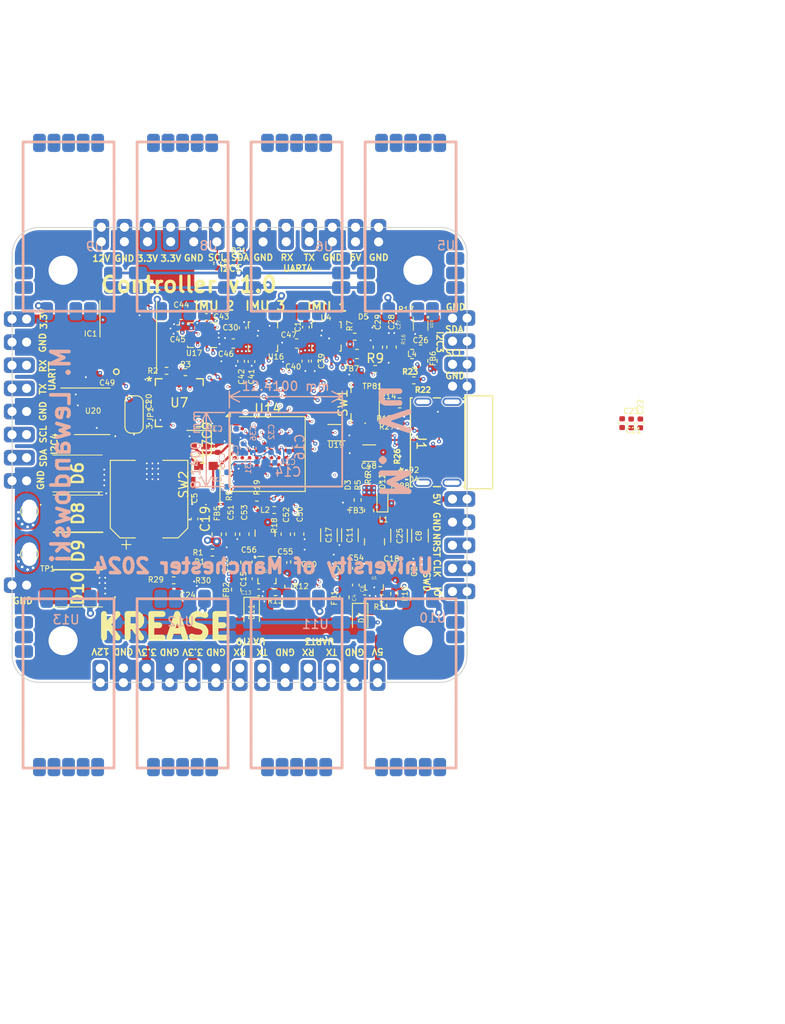
<source format=kicad_pcb>
(kicad_pcb (version 20240108) (generator "pcbnew") (generator_version "8.0")
  (layers (0 "F.Cu" signal) (1 "In1.Cu" power) (2 "In2.Cu" signal) (3 "In3.Cu" signal) (4 "In4.Cu" signal) (5 "In5.Cu" signal) (6 "In6.Cu" signal) (31 "B.Cu" signal) (34 "B.Paste" user) (35 "F.Paste" user) (36 "B.SilkS" user "B.Silkscreen") (37 "F.SilkS" user "F.Silkscreen") (38 "B.Mask" user) (39 "F.Mask" user) (44 "Edge.Cuts" user))
  (net 0 "")
  (net 1 "GND")
  (net 2 "Net-(U1-EN)")
  (net 3 "Net-(U1-VCC)")
  (net 4 "Net-(U1-NC)")
  (net 5 "Net-(U1-BOOT)")
  (net 6 "OSC_IN")
  (net 7 "Net-(C11-Pad1)")
  (net 8 "OSC_OUT")
  (net 9 "Net-(U3-EN)")
  (net 10 "Net-(U3-VCC)")
  (net 11 "Net-(U3-NC)")
  (net 12 "Net-(U3-BOOT)")
  (net 13 "Net-(U2B-VFBSMPS)")
  (net 14 "Net-(D1-A)")
  (net 15 "Net-(D2-A)")
  (net 16 "Net-(D3-A)")
  (net 17 "Net-(D4-A)")
  (net 18 "Net-(D5-A)")
  (net 19 "Net-(D7-K)")
  (net 20 "+BATT")
  (net 21 "/BattPad-")
  (net 22 "Net-(D11-K)")
  (net 23 "+5V")
  (net 24 "USB_VBUS")
  (net 25 "+12V")
  (net 26 "+3V3")
  (net 27 "Net-(U1-FB)")
  (net 28 "Net-(U3-FB)")
  (net 29 "I2C3_SCL")
  (net 30 "I2C3_SDA")
  (net 33 "I2C2_SCL")
  (net 34 "I2C2_SDA")
  (net 35 "Net-(U4-REGOUT)")
  (net 36 "curr_sig")
  (net 37 "Net-(U16-REGOUT)")
  (net 40 "I2C4_SCL")
  (net 43 "Net-(J1-CC1)")
  (net 49 "Net-(J1-CC2)")
  (net 58 "unconnected-(U7-NC-Pad11)")
  (net 59 "VSense")
  (net 60 "EOC_PRESSURE")
  (net 61 "RES_PRESSURE")
  (net 62 "I2C1_SCL")
  (net 63 "I2C1_SDA")
  (net 64 "I2C4_SDA")
  (net 65 "CS_FLASH")
  (net 69 "Net-(U15-EN)")
  (net 70 "Net-(U15-FB)")
  (net 71 "Net-(C27-Pad1)")
  (net 72 "Net-(U15-SW)")
  (net 74 "CS_IMU1")
  (net 75 "INT_IMU1")
  (net 76 "CS_IMU2")
  (net 77 "INT_IMU2")
  (net 80 "Net-(C14-Pad1)")
  (net 82 "Net-(C16-Pad1)")
  (net 85 "CS_IMU3")
  (net 86 "Net-(JP1-C)")
  (net 87 "Net-(C50-Pad1)")
  (net 88 "SWDCLK")
  (net 89 "SWDIO")
  (net 90 "+3.3V")
  (net 93 "SPI3_MISO")
  (net 100 "SPI3_MOSI")
  (net 101 "SPI3_SCK")
  (net 104 "USB_D-")
  (net 111 "USB_D+")
  (net 112 "LED_WT")
  (net 115 "LED_BL")
  (net 122 "BOOT0")
  (net 123 "Net-(R14-Pad2)")
  (net 126 "UART5_RX")
  (net 165 "UART2_TX")
  (net 177 "UART4_RX")
  (net 178 "UART4_TX")
  (net 179 "UART7_RX")
  (net 180 "UART7_TX")
  (net 182 "NRST")
  (net 183 "UART3_RX")
  (net 184 "UART3_TX")
  (net 185 "/Coil+")
  (net 189 "UART2_RX")
  (net 191 "INT1_IMU3")
  (net 215 "INT2_IMU3")
  (net 219 "UART5_TX")
  (footprint "Connector:Castellated_Pad_01x01_2.54mm" (layer "F.Cu") (at 135.24 73.9726)
    (property "Reference" "5V")
    (property "Value" "Pad")
  )
  (footprint "MountingHole:MountingHole_3.2mm_M3_DIN965_Pad" (layer "F.Cu") (at 142.1 78.7)
    (property "Reference" "H4" (hide yes))
    (property "Value" "MountingHole_Pad")
  )
  (footprint "LED_SMD:LED_0402_1005Metric" (layer "F.Cu") (at 134.425 103.94225 90)
    (property "Reference" "D3")
    (property "Value" "Red")
  )
  (footprint "Inductor_SMD:L_0603_1608Metric" (layer "F.Cu") (at 135.4 87.9)
    (property "Reference" "FB7")
    (property "Value" "120R@100Mhz")
  )
  (footprint "Capacitor_SMD:C_0402_1005Metric" (layer "F.Cu") (at 129.725 88.68 -90)
    (property "Reference" "C40")
    (property "Value" "100nF")
  )
  (footprint "Resistor_SMD:R_0402_1005Metric" (layer "F.Cu") (at 122.51 77.7)
    (property "Reference" "R21")
    (property "Value" "10k")
  )
  (footprint "Resistor_SMD:R_0402_1005Metric" (layer "F.Cu") (at 116.545 89.899998)
    (property "Reference" "R3")
    (property "Value" "10k")
  )
  (footprint "Resistor_SMD:R_0402_1005Metric" (layer "F.Cu") (at 141.65 89.75)
    (property "Reference" "R23")
    (property "Value" "10k")
  )
  (footprint "Package_SO:SOIC-8_3.9x4.9mm_P1.27mm" (layer "F.Cu") (at 106.3 94.2)
    (property "Reference" "U20")
    (property "Value" "ACS722xLCTR-10AB")
  )
  (footprint "Connector:Castellated_Pad_01x01_2.54mm" (layer "F.Cu") (at 127.508 122.4221)
    (property "Reference" "GND")
    (property "Value" "Pad")
  )
  (footprint "ultimateFC:chonker_TestPoint_Pad_1.5x1.5mm" (layer "F.Cu") (at 109.65 110.475)
    (property "Reference" "TP6" (hide yes))
    (property "Value" "Pad")
  )
  (footprint "Capacitor_SMD:C_0402_1005Metric" (layer "F.Cu") (at 166.55 95.53 90)
    (property "Reference" "C22")
    (property "Value" "4.7µF")
  )
  (footprint "Connector:Castellated_Pad_01x01_2.54mm" (layer "F.Cu") (at 97.4898 101.84 90)
    (property "Reference" "TP28" (hide yes))
    (property "Value" "Pad")
  )
  (footprint "ultimateFC:R_0201_0603Metric_mod" (layer "F.Cu") (at 140.8 83.9175 180)
    (property "Reference" "R17")
    (property "Value" "100k")
  )
  (footprint "Connector:Castellated_Pad_01x01_2.54mm" (layer "F.Cu") (at 145.8998 106.38 90)
    (property "Reference" "GND")
    (property "Value" "Pad")
  )
  (footprint "Resistor_SMD:R_0402_1005Metric" (layer "F.Cu") (at 137.97 101.7)
    (property "Reference" "R6")
    (property "Value" "560R")
  )
  (footprint "ultimateFC:chonker_TestPoint_Pad_1.5x1.5mm" (layer "F.Cu") (at 140.85 104.05)
    (property "Reference" "TP88")
    (property "Value" "Pad")
  )
  (footprint "Capacitor_SMD:C_0402_1005Metric" (layer "F.Cu") (at 123.8088 88.7318 -90)
    (property "Reference" "C41")
    (property "Value" "100nF")
  )
  (footprint "Capacitor_SMD:C_0402_1005Metric" (layer "F.Cu") (at 164.55 95.5 90)
    (property "Reference" "C21")
    (property "Value" "4.7µF")
  )
  (footprint "Connector:Castellated_Pad_01x01_2.54mm" (layer "F.Cu") (at 107.188 122.4221)
    (property "Reference" "12V")
    (property "Value" "Pad")
  )
  (footprint "Connector:Castellated_Pad_01x01_2.54mm" (layer "F.Cu") (at 109.728 122.4221)
    (property "Reference" "GND")
    (property "Value" "Pad")
  )
  (footprint "Connector:Castellated_Pad_01x01_2.54mm" (layer "F.Cu") (at 124.968 122.4221)
    (property "Reference" "TX")
    (property "Value" "Pad")
  )
  (footprint "LED_SMD:LED_0402_1005Metric" (layer "F.Cu") (at 136.15 84.8 180)
    (property "Reference" "D5")
    (property "Value" "Yellow")
  )
  (footprint "Connector:Castellated_Pad_01x01_2.54mm" (layer "F.Cu") (at 114.808 122.4221)
    (property "Reference" "GND")
    (property "Value" "Pad")
  )
  (footprint "Sensor_Pressure:MPRLS_HNW" (layer "F.Cu") (at 115.87 93.249998)
    (property "Reference" "U7")
    (property "Value" "MPRLS0025PA00001A")
  )
  (footprint "Capacitor_SMD:C_0402_1005Metric" (layer "F.Cu") (at 136.25 114.74225)
    (property "Reference" "C4")
    (property "Value" "1µF")
  )
  (footprint "Connector:Castellated_Pad_01x01_2.54mm" (layer "F.Cu") (at 145.8998 103.84 90)
    (property "Reference" "5V")
    (property "Value" "Pad")
  )
  (footprint "Diode_SMD:SBRT10U50SP513" (layer "F.Cu") (at 104.681 101.03 -90)
    (property "Reference" "D6")
    (property "Value" "SBRT10U50SP5-13" (hide yes))
  )
  (footprint "Resistor_SMD:R_0402_1005Metric" (layer "F.Cu") (at 137.96 100.65)
    (property "Reference" "R4")
    (property "Value" "560R")
  )
  (footprint "Inductor_SMD:L_0603_1608Metric" (layer "F.Cu") (at 136.73 105.1 -90)
    (property "Reference" "FB3")
    (property "Value" "120R@100Mhz")
  )
  (footprint "Capacitor_SMD:C_0402_1005Metric" (layer "F.Cu") (at 129.7894 84.95 90)
    (property "Reference" "C1")
    (property "Value" "2.2µF")
  )
  (footprint "Resistor_SMD:R_0402_1005Metric" (layer "F.Cu") (at 126.45 114.075 180)
    (property "Reference" "R13")
    (property "Value" "9.09k")
  )
  (footprint "ultimateFC:R_0201_0603Metric_mod" (layer "F.Cu") (at 140.85 85.3675)
    (property "Reference" "R16")
    (property "Value" "453k")
  )
  (footprint "Inductor_SMD:L_0603_1608Metric" (layer "F.Cu") (at 122.125 113.8 90)
    (property "Reference" "FB2")
    (property "Value" "120R@100Mhz")
  )
  (footprint "Resistor_SMD:R_0402_1005Metric" (layer "F.Cu") (at 127.85 113.45 -90)
    (property "Reference" "R12")
    (property "Value" "100k")
  )
  (footprint "Connector:Castellated_Pad_01x01_2.54mm" (layer "F.Cu") (at 107.3 73.9655)
    (property "Reference" "12V")
    (property "Value" "Pad")
  )
  (footprint "Resistor_SMD:R_0402_1005Metric" (layer "F.Cu") (at 139.5 114.24225 -90)
    (property "Reference" "R10")
    (property "Value" "100k")
  )
  (footprint "Capacitor_SMD:C_0402_1005Metric" (layer "F.Cu") (at 135.275 111.44225 90)
    (property "Reference" "C54")
    (property "Value" "220nF")
  )
  (footprint "Capacitor_SMD:C_0402_1005Metric" (layer "F.Cu") (at 117.55 106.03 -90)
    (property "Reference" "C19")
    (property "Value" "100nF")
  )
  (footprint "Connector:Castellated_Pad_01x01_2.54mm" (layer "F.Cu") (at 120 73.9781)
    (property "Reference" "SCL")
    (property "Value" "Pad")
  )
  (footprint "Connector:Castellated_Pad_01x01_2.54mm" (layer "F.Cu") (at 145.9029 111.46 90)
    (property "Reference" "CLK")
    (property "Value" "Pad")
  )
  (footprint "Capacitor_SMD:C_0402_1005Metric" (layer "F.Cu") (at 135.275 113.29225 -90)
    (property "Reference" "C6")
    (property "Value" "100nF")
  )
  (footprint "Capacitor_SMD:C_0603_1608Metric" (layer "F.Cu") (at 121.8022 86.748 180)
    (property "Reference" "C46")
    (property "Value" "10µF")
  )
  (footprint "Connector:Castellated_Pad_01x01_2.54mm" (layer "F.Cu") (at 97.4898 86.6 90)
    (property "Reference" "GND")
    (property "Value" "Pad")
  )
  (footprint "Connector:Castellated_Pad_01x01_2.54mm" (layer "F.Cu") (at 137.78 73.9829)
    (property "Reference" "GND")
    (property "Value" "Pad")
  )
  (footprint "Connector:Castellated_Pad_01x01_2.54mm" (layer "F.Cu") (at 145.9 114 90)
    (property "Reference" "IO")
    (property "Value" "Pad")
  )
  (footprint "Connector:Castellated_Pad_01x01_2.54mm" (layer "F.Cu") (at 97.4898 96.76 90)
    (property "Reference" "SCL")
    (property "Value" "Pad")
  )
  (footprint "Capacitor_SMD:C_0402_1005Metric" (layer "F.Cu") (at 165.5358 95.53 90)
    (property "Reference" "C23")
    (property "Value" "4.7µF")
  )
  (footprint "ultimateFC:batt_conn_oval" (layer "F.Cu") (at 99.4 109.9 90)
    (property "Reference" "TP1")
    (property "Value" "BattPad+")
  )
  (footprint "Jumper:SolderJumper-3_P1.3mm_Open_RoundedPad1.0x1.5mm_NumberLabels" (layer "F.Cu") (at 110.9 94.55 -90)
    (property "Reference" "JP1")
    (property "Value" "SolderJumper_3_Open")
  )
  (footprint "Resistor_SMD:R_0402_1005Metric" (layer "F.Cu") (at 137.41 89.55)
    (property "Reference" "R9")
    (property "Value" "2k2")
  )
  (footprint "Capacitor_SMD:C_0402_1005Metric" (layer "F.Cu") (at 123.525 110.75 90)
    (property "Reference" "C56")
    (property "Value" "220nF")
  )
  (footprint "Resistor_SMD:R_0402_1005Metric" (layer "F.Cu") (at 114.47 89.749998)
    (property "Reference" "R2")
    (property "Value" "10k")
  )
  (footprint "LED_SMD:LED_0402_1005Metric" (layer "F.Cu") (at 139.88 101.6925 180)
    (property "Reference" "D4")
    (property "Value" "White")
  )
  (footprint "Capacitor_SMD:C_0603_1608Metric" (layer "F.Cu") (at 116.075 83.6 180)
    (property "Reference" "C44")
    (property "Value" "10µF")
  )
  (footprint "Inductor_SMD:L_0603_1608Metric" (layer "F.Cu") (at 134.025 114.64225 90)
    (property "Reference" "FB1")
    (property "Value" "120R@100Mhz")
  )
  (footprint "Connector:Castellated_Pad_01x01_2.54mm" (layer "F.Cu") (at 127.62 73.9726)
    (property "Reference" "RX")
    (property "Value" "Pad")
  )
  (footprint "ultimateFC:Texas_RNX0012B" (layer "F.Cu") (at 137.3 112.35525)
    (property "Reference" "U1")
    (property "Value" "LMR33630CQRNX")
  )
  (footprint "Connector:Castellated_Pad_01x01_2.54mm" (layer "F.Cu") (at 97.4898 99.3 90)
    (property "Reference" "SDA")
    (property "Value" "Pad")
  )
  (footprint "Inductor_SMD:L_Wuerth_MAPI-2506" (layer "F.Cu") (at 125.3 107.59 90)
    (property "Reference" "L2")
    (property "Value" "3.3µH")
  )
  (footprint "Package_BGA:TFBGA-100_8x8mm_Layout10x10_P0.8mm" (layer "F.Cu") (at 125.6 98.9)
    (property "Reference" "U14")
    (property "Value" "STM32H743VIHx")
  )
  (footprint "Connector:Castellated_Pad_01x01_2.54mm" (layer "F.Cu") (at 97.4898 89.14 90)
    (property "Reference" "RX")
    (property "Value" "Pad")
  )
  (footprint "Capacitor_SMD:C_0603_1608Metric" (layer "F.Cu") (at 134.025 111.66725 90)
    (property "Reference" "C3")
    (property "Value" "10µF")
  )
  (footprint "Capacitor_SMD:C_0603_1608Metric" (layer "F.Cu") (at 140.525 111.66725 90)
    (property "Reference" "C2")
    (property "Value" "10µF")
  )
  (footprint "Capacitor_SMD:C_0603_1608Metric" (layer "F.Cu") (at 128.625 110.75 90)
    (property "Reference" "C10")
    (property "Value" "10µF")
  )
  (footprint "Connector:Castellated_Pad_01x01_2.54mm" (layer "F.Cu") (at 130.05 122.42)
    (property "Reference" "RX")
    (property "Value" "Pad")
  )
  (footprint "Connector:Castellated_Pad_01x01_2.54mm" (layer "F.Cu") (at 145.8998 108.92 90)
    (property "Reference" "NRST")
    (property "Value" "Pad")
  )
  (footprint "Capacitor_SMD:C_0603_1608Metric" (layer "F.Cu") (at 122.125 110.8 90)
    (property "Reference" "C12")
    (property "Value" "10µF")
  )
  (footprint "Inductor_SMD:L_0603_1608Metric" (layer "F.Cu") (at 141.45 87.9 180)
    (property "Reference" "L4")
    (property "Value" "470nH")
  )
  (footprint "Resistor_SMD:R_0402_1005Metric" (layer "F.Cu") (at 115.259 112.776)
    (property "Reference" "R29")
    (property "Value" "10k")
  )
  (footprint "Connector:Castellated_Pad_01x01_2.54mm" (layer "F.Cu") (at 132.7 73.9726)
    (property "Reference" "GND")
    (property "Value" "Pad")
  )
  (footprint "Capacitor_SMD:C_1206_3216Metric" (layer "F.Cu") (at 132.325 107.81725 -90)
    (property "Reference" "C17")
    (property "Value" "22µF")
  )
  (footprint "Connector_USB:DX07WH24JA3R1200_JAE" (layer "F.Cu") (at 144.4 97.6 -90)
    (property "Reference" "J1")
    (property "Value" "DX07WH24JA3R1200")
  )
  (footprint "Connector:Castellated_Pad_01x01_2.54mm" (layer "F.Cu") (at 145.906 86.495 90)
    (property "Reference" "SDA")
    (property "Value" "Pad")
  )
  (footprint "Connector:Castellated_Pad_01x01_2.54mm" (layer "F.Cu") (at 137.668 122.428)
    (property "Reference" "5V")
    (property "Value" "Pad")
  )
  (footprint "Button_Switch_SMD:SW_Push_1P1T-SH_NO_CK_KMR2xxG" (layer "F.Cu") (at 118.8 102.25 90)
    (property "Reference" "SW2")
    (property "Value" "SW_Push")
  )
  (footprint "MountingHole:MountingHole_3.2mm_M3_DIN965_Pad" (layer "F.Cu") (at 103.1 78.7)
    (property "Reference" "H3" (hide yes))
    (property "Value" "MountingHole_Pad")
  )
  (footprint "ultimateFC:batt_conn_oval" (layer "F.Cu") (at 99.4 105.2 90)
    (property "Reference" "TP2" (hide yes))
    (property "Value" "BattPad-")
  )
  (footprint "Capacitor_SMD:C_0402_1005Metric" (layer "F.Cu") (at 122.6658 88.7012 -90)
    (property "Reference" "C42")
    (property "Value" "100nF")
  )
  (footprint "Connector:Castellated_Pad_01x01_2.54mm" (layer "F.Cu") (at 119.888 122.4221)
    (property "Reference" "GND")
    (property "Value" "Pad")
  )
  (footprint "Crystal:Crystal_SMD_2016-4Pin_2.0x1.6mm" (layer "F.Cu") (at 118.05 97.45 180)
    (property "Reference" "Y1")
    (property "Value" "NX2016SA")
  )
  (footprint "Capacitor_SMD:C_0402_1005Metric" (layer "F.Cu") (at 118.85 83.825 180)
    (property "Reference" "C43")
    (property "Value" "100nF")
  )
  (footprint "Resistor_SMD:R_0402_1005Metric" (layer "F.Cu") (at 138.1 114.74225 180)
    (property "Reference" "R11")
    (property "Value" "24k9")
  )
  (footprint "Connector:Castellated_Pad_01x01_2.54mm" (layer "F.Cu") (at 97.4898 94.22 90)
    (property "Reference" "TP29" (hide yes))
    (property "Value" "Pad")
  )
  (footprint "Capacitor_SMD:C_0603_1608Metric" (layer "F.Cu") (at 127.575 107.7 -90)
    (property "Reference" "C52")
    (property "Value" "10µF")
  )
  (footprint "ultimateFC:C_0201_0603Metric_mod" (layer "F.Cu") (at 116.759 113.576)
    (property "Reference" "C24")
    (property "Value" "100nF")
  )
  (footprint "Package_LGA:LGA-14_3x2.5mm_P0.5mm_LayoutBorder3x4y" (layer "F.Cu") (at 118.3892 85.8308 180)
    (property "Reference" "U17")
    (property "Value" "~")
  )
  (footprint "Connector:Castellated_Pad_01x01_2.54mm" (layer "F.Cu") (at 122.5218 122.4221)
    (property "Reference" "RX")
    (property "Value" "Pad")
  )
  (footprint "Connector:Castellated_Pad_01x01_2.54mm" (layer "F.Cu") (at 97.4898 91.68 90)
    (property "Reference" "TX")
    (property "Value" "Pad")
  )
  (footprint "Capacitor_SMD:C_0402_1005Metric" (layer "F.Cu") (at 127.325 110.825 90)
    (property "Reference" "C55")
    (property "Value" "220nF")
  )
  (footprint "Connector:Castellated_Pad_01x01_2.54mm" (layer "F.Cu") (at 117.348 122.4221)
    (property "Reference" "3.3V")
    (property "Value" "Pad")
  )
  (footprint "Capacitor_SMD:C_0402_1005Metric" (layer "F.Cu") (at 123.525 112.6 -90)
    (property "Reference" "C15")
    (property "Value" "100nF")
  )
  (footprint "Capacitor_SMD:C_0402_1005Metric" (layer "F.Cu") (at 139.24 111.6 90)
    (property "Reference" "C18")
    (property "Value" "220nF")
  )
  (footprint "Diode_SMD:SBRT10U50SP513" (layer "F.Cu") (at 104.719 113.67 90)
    (property "Reference" "D10")
    (property "Value" "SBRT10U50SP5-13" (hide yes))
  )
  (footprint "Inductor_SMD:L_0603_1608Metric" (layer "F.Cu") (at 143.7 88.655 90)
    (property "Reference" "FB6")
    (property "Value" "120R@100Mhz")
  )
  (footprint "ultimateFC:R_0201_0603Metric_mod" (layer "F.Cu") (at 116.759 112.776)
    (property "Reference" "R30")
    (property "Value" "1k")
  )
  (footprint "Package_LGA:LGA-16_3x3mm_P0.5mm_LayoutBorder3x5y" (layer "F.Cu") (at 132.05 85.975 90)
    (property "Reference" "U4")
    (property "Value" "ICM-20602")
  )
  (footprint "LED_SMD:LED_0402_1005Metric" (layer "F.Cu") (at 119.5 110.75 180)
    (property "Reference" "D1")
    (property "Value" "White")
  )
  (footprint "Diode_SMD:SBRT10U50SP513" (layer "F.Cu") (at 104.757 109.55 90)
    (property "Reference" "D9")
    (property "Value" "SBRT10U50SP5-13" (hide yes))
  )
  (footprint "Capacitor_SMD:C_0402_1005Metric" (layer "F.Cu") (at 120.1 96.3 90)
    (property "Reference" "C9")
    (property "Value" "5.6pF")
  )
  (footprint "Capacitor_SMD:C_0402_1005Metric" (layer "F.Cu") (at 115.7248 85.0707 180)
    (property "Reference" "C45")
    (property "Value" "100nF")
  )
  (footprint "Capacitor_SMD:C_1206_3216Metric" (layer "F.Cu") (at 134.625 107.81725 -90)
    (property "Reference" "C11")
    (property "Value" "22µF")
  )
  (footprint "Resistor_SMD:R_0402_1005Metric" (layer "F.Cu") (at 140.1 94.2)
    (property "Reference" "R15")
    (property "Value" "1k")
  )
  (footprint "Package_LGA:LGA-16_3x3mm_P0.5mm_LayoutBorder3x5y" (layer "F.Cu") (at 125.0742 85.9908 90)
    (property "Reference" "U16")
    (property "Value" "ICM-20602")
  )
  (footprint "ultimateFC:chonker_TestPoint_Pad_1.5x1.5mm" (layer "F.Cu") (at 139.45 91.4)
    (property "Reference" "TP81")
    (property "Value" "Pad")
  )
  (footprint "Capacitor_SMD:C_0603_1608Metric" (layer "F.Cu") (at 139.2 87.15 90)
    (property "Reference" "C28")
    (property "Value" "10µF")
  )
  (footprint "Capacitor_SMD:C_1206_3216Metric" (layer "F.Cu") (at 136.75 98.8 180)
    (property "Reference" "C48")
    (property "Value" "10µF")
  )
  (footprint "ultimateFC:C_0201_0603Metric_mod" (layer "F.Cu") (at 106.1 91.05 180)
    (property "Reference" "C49")
    (property "Value" "100nF")
  )
  (footprint "Capacitor_SMD:C_0603_1608Metric" (layer "F.Cu") (at 137.7 87.15 90)
    (property "Reference" "C29")
    (property "Value" "10µF")
  )
  (footprint "Package_SON:WSON-8-1EP_8x6mm_P1.27mm_EP3.4x4.3mm" (layer "F.Cu") (at 110.265 86.025 90)
    (property "Reference" "IC1")
    (property "Value" "W25Q256JVEIQ TR")
  )
  (footprint "Connector:Castellated_Pad_01x01_2.54mm" (layer "F.Cu") (at 125.08 73.9793)
    (property "Reference" "GND")
    (property "Value" "Pad")
  )
  (footprint "MountingHole:MountingHole_3.2mm_M3_DIN965_Pad" (layer "F.Cu") (at 103.1 119.4)
    (property "Reference" "H2" (hide yes))
    (property "Value" "MountingHole_Pad")
  )
  (footprint "ultimateFC:R_0201_0603Metric_mod" (layer "F.Cu") (at 140.2 95.525)
    (property "Reference" "R27")
    (property "Value" "5.1K")
  )
  (footprint "LED_SMD:LED_0402_1005Metric" (layer "F.Cu") (at 139.86 100.65 180)
    (property "Reference" "D2")
    (property "Value" "Blue")
  )
  (footprint "Capacitor_SMD:C_0402_1005Metric" (layer "F.Cu") (at 130.75 88.68 -90)
    (property "Reference" "C39")
    (property "Value" "100nF")
  )
  (footprint "Resistor_SMD:R_0402_1005Metric" (layer "F.Cu") (at 141.65 90.8)
    (property "Reference" "R22")
    (property "Value" "10k")
  )
  (footprint "ultimateFC:Texas_RNX0012B" (layer "F.Cu") (at 125.505 111.65)
    (property "Reference" "U3")
    (property "Value" "LMR33630CQRNX")
  )
  (footprint "Connector:Castellated_Pad_01x01_2.54mm" (layer "F.Cu") (at 145.906 89.035 90)
    (property "Reference" "SCL")
    (property "Value" "Pad")
  )
  (footprint "ultimateFC:R_0201_0603Metric_mod" (layer "F.Cu") (at 140.75 98.85 90)
    (property "Reference" "R26")
    (property "Value" "5.1K")
  )
  (footprint "Resistor_SMD:R_0402_1005Metric" (layer "F.Cu") (at 135.475 103.94225 90)
    (property "Reference" "R5")
    (property "Value" "1k5")
  )
  (footprint "Diode_SMD:D_SOD-523" (layer "F.Cu") (at 138.2 104 90)
    (property "Reference" "D12")
    (property "Value" "SBR1A30T5-7")
  )
  (footprint "Package_TO_SOT_SMD:SOT-666" (layer "F.Cu") (at 133 96.55 180)
    (property "Reference" "U19")
    (property "Value" "USBLC6-2P6")
  )
  (footprint "Button_Switch_SMD:SW_Push_1P1T-SH_NO_CK_KMR2xxG" (layer "F.Cu") (at 136.3 93.3 90)
    (property "Reference" "SW1")
    (property "Value" "SW_Push")
  )
  (footprint "Connector:Castellated_Pad_01x01_2.54mm" (layer "F.Cu") (at 147.5102 91.44 -90)
    (property "Reference" "GND")
    (property "Value" "Pad")
  )
  (footprint "Capacitor_SMD:C_0402_1005Metric" (layer "F.Cu") (at 122.8436 85.0208 90)
    (property "Reference" "C30")
    (property "Value" "2.2µF")
  )
  (footprint "Connector:Castellated_Pad_01x01_2.54mm" (layer "F.Cu") (at 117.46 73.9714)
    (property "Reference" "GND")
    (property "Value" "Pad")
  )
  (footprint "ultimateFC:R_0201_0603Metric_mod" (layer "F.Cu") (at 121.35 104.4 180)
    (property "Reference" "R9")
    (property "Value" "10k")
  )
  (footprint "Connector:Castellated_Pad_01x01_2.54mm" (layer "F.Cu") (at 122.54 73.9781)
    (property "Reference" "SDA")
    (property "Value" "Pad")
  )
  (footprint "Diode_SMD:D_SOD-323" (layer "F.Cu") (at 123.825 116.25 -90)
    (property "Reference" "D11")
    (property "Value" "PMEG3020EJ,115")
  )
  (footprint "Capacitor_SMD:C_0402_1005Metric" (layer "F.Cu") (at 120.1 98.23 90)
    (property "Reference" "C7")
    (property "Value" "5.6pF")
  )
  (footprint "Connector:Castellated_Pad_01x01_2.54mm" (layer "F.Cu") (at 112.38 73.9655)
    (property "Reference" "3.3V")
    (property "Value" "Pad")
  )
  (footprint "Resistor_SMD:R_0402_1005Metric" (layer "F.Cu") (at 119.51 109.72625 180)
    (property "Reference" "R1")
    (property "Value" "4k7")
  )
  (footprint "Inductor_SMD:L_0603_1608Metric" (layer "F.Cu") (at 119.9875 107.715 90)
    (property "Reference" "FB5")
    (property "Value" "120R@100Mhz")
  )
  (footprint "ultimateFC:C_0201_0603Metric_mod" (layer "F.Cu") (at 140.85 84.6675)
    (property "Reference" "C27")
    (property "Value" "120pF")
  )
  (footprint "Resistor_SMD:R_0402_1005Metric" (layer "F.Cu") (at 124.4 104.45)
    (property "Reference" "R19")
    (property "Value" "10k")
  )
  (footprint "Capacitor_SMD:C_0603_1608Metric" (layer "F.Cu") (at 121.525 107.7 -90)
    (property "Reference" "C51")
    (property "Value" "10µF")
  )
  (footprint "Resistor_SMD:R_0402_1005Metric" (layer "F.Cu") (at 135.15 86)
    (property "Reference" "R7")
    (property "Value" "680R")
  )
  (footprint "Connector:Castellated_Pad_01x01_2.54mm" (layer "F.Cu") (at 114.92 73.9655)
    (property "Reference" "3.3V")
    (property "Value" "Pad")
  )
  (footprint "ultimateFC:C_0201_0603Metric_mod" (layer "F.Cu") (at 112.52 94.65 -90)
    (property "Reference" "C20")
    (property "Value" "100nF")
  )
  (footprint "Capacitor_SMD:CP_Elec_8x6.5" (layer "F.Cu") (at 112.55 103.85 90)
    (property "Reference" "C5")
    (property "Value" "470uF 25V")
  )
  (footprint "Diode_SMD:D_SOD-323" (layer "F.Cu") (at 135.75 116.91725 -90)
    (property "Reference" "D7")
    (property "Value" "PMEG3020EJ,115")
  )
  (footprint "Capacitor_SMD:C_0603_1608Metric" (layer "F.Cu") (at 129.05 107.7 -90)
    (property "Reference" "C50")
    (property "Value" "10µF")
  )
  (footprint "Resistor_SMD:R_0402_1005Metric" (layer "F.Cu") (at 120.05 77.94 90)
    (property "Reference" "R8")
    (property "Value" "10k")
  )
  (footprint "Capacitor_SMD:C_0603_1608Metric" (layer "F.Cu") (at 142.4 86.4 180)
    (property "Reference" "C26")
    (property "Value" "10µF")
  )
  (footprint "Connector:Castellated_Pad_01x01_2.54mm" (layer "F.Cu") (at 97.4898 84.06 90)
    (property "Reference" "3.3V")
    (property "Value" "Pad")
  )
  (footprint "Connector:Castellated_Pad_01x01_2.54mm" (layer "F.Cu") (at 132.59 122.42)
    (property "Reference" "TX")
    (property "Value" "Pad")
  )
  (footprint "Connector:Castellated_Pad_01x01_2.54mm" (layer "F.Cu") (at 97.4898 113.3 90)
    (property "Reference" "GND")
    (property "Value" "Pad")
  )
  (footprint "Connector:Castellated_Pad_01x01_2.54mm" (layer "F.Cu") (at 145.9029 83.96 90)
    (property "Reference" "GND")
    (property "Value" "Pad")
  )
  (footprint "Connector:Castellated_Pad_01x01_2.54mm" (layer "F.Cu") (at 112.268 122.4221)
    (property "Reference" "3.3V")
    (property "Value" "Pad")
  )
  (footprint "Connector:Castellated_Pad_01x01_2.54mm" (layer "F.Cu") (at 135.128 122.4164)
    (property "Reference" "GND")
    (property "Value" "Pad")
  )
  (footprint "MountingHole:MountingHole_3.2mm_M3_DIN965_Pad" (layer "F.Cu") (at 142.1 119.4)
    (property "Reference" "H1" (hide yes))
    (property "Value" "MountingHole_Pad")
  )
  (footprint "Capacitor_SMD:C_0603_1608Metric" (layer "F.Cu") (at 128.775 86.75 180)
    (property "Reference" "C47")
    (property "Value" "10µF")
  )
  (footprint "Connector:Castellated_Pad_01x01_2.54mm" (layer "F.Cu") (at 130.16 73.9667)
    (property "Reference" "TX")
    (property "Value" "Pad")
  )
  (footprint "ultimateFC:VSON_HR6" (layer "F.Cu") (at 142.4 84.5675 -90)
    (property "Reference" "U15")
    (property "Value" "TPS62824ADMQ")
  )
  (footprint "Capacitor_SMD:C_1206_3216Metric" (layer "F.Cu") (at 142.325 107.86725 -90)
    (property "Reference" "C8")
    (property "Value" "22µF")
  )
  (footprint "Capacitor_SMD:C_0603_1608Metric" (layer "F.Cu") (at 123.025 107.7 -90)
    (property "Reference" "C53")
    (property "Value" "10µF")
  )
  (footprint "Diode_SMD:SBRT10U50SP513" (layer "F.Cu") (at 104.733 105.43 -90)
    (property "Reference" "D8")
    (property "Value" "SBRT10U50SP5-13" (hide yes))
  )
  (footprint "Capacitor_SMD:C_0402_1005Metric" (layer "F.Cu") (at 124.6 114.1)
    (property "Reference" "C13")
    (property "Value" "1µF")
  )
  (footprint "Resistor_SMD:R_0402_1005Metric" (layer "F.Cu") (at 126.31 105.05)
    (property "Reference" "R18")
    (property "Value" "10k")
  )
  (footprint "Inductor_SMD:L_Wuerth_MAPI-2506" (layer "F.Cu") (at 137.33 108.54 90)
    (property "Reference" "L1")
    (property "Value" "2.2µH")
  )
  (footprint "Capacitor_SMD:C_1206_3216Metric" (layer "F.Cu") (at 140.025 107.86725 -90)
    (property "Reference" "C25")
    (property "Value" "22µF")
  )
  (footprint "Connector:Castellated_Pad_01x01_2.54mm" (layer "F.Cu") (at 109.84 73.9655)
    (property "Reference" "GND")
    (property "Value" "Pad")
  )
  (footprint "Resistor_SMD:R_0402_1005Metric" (layer "F.Cu") (at 140.075 93.125 180)
    (property "Reference" "R14")
    (property "Value" "470R")
  )
  (footprint "Capacitor_SMD:C_0402_1005Metric" (layer "B.Cu") (at 127.83 99.7)
    (property "Reference" "C14")
    (property "Value" "4.7µF")
  )
  (footprint "UserCustom:uDriver_I2C" (layer "B.Cu") (at 121.633333 133.8 180)
    (property "Reference" "U12")
    (property "Value" "~")
  )
  (footprint "Capacitor_SMD:C_0402_1005Metric" (layer "B.Cu") (at 124.4 100.23 -90)
    (property "Reference" "C31")
    (property "Value" "100nF")
  )
  (footprint "UserCustom:uDriver_I2C" (layer "B.Cu") (at 110.833333 64.2)
    (property "Reference" "U8")
    (property "Value" "~")
  )
  (footprint "Capacitor_SMD:C_0402_1005Metric" (layer "B.Cu") (at 120.62 100.9 180)
    (property "Reference" "C35")
    (property "Value" "100nF")
  )
  (footprint "UserCustom:uDriver_I2C" (layer "B.Cu") (at 109.1 133.8 180)
    (property "Reference" "U13")
    (property "Value" "~")
  )
  (footprint "UserCustom:uDriver_I2C" (layer "B.Cu") (at 134.166666 133.8 180)
    (property "Reference" "U11")
    (property "Value" "~")
  )
  (footprint "Capacitor_SMD:C_0402_1005Metric" (layer "B.Cu") (at 123.95 98.25 90)
    (property "Reference" "C36")
    (property "Value" "100nF")
  )
  (footprint "Capacitor_SMD:C_0402_1005Metric" (layer "B.Cu") (at 122.95 98.25 -90)
    (property "Reference" "C33")
    (property "Value" "100nF")
  )
  (footprint "Capacitor_SMD:C_0402_1005Metric" (layer "B.Cu") (at 120.62 102.5 180)
    (property "Reference" "C37")
    (property "Value" "100nF")
  )
  (footprint "UserCustom:uDriver_I2C" (layer "B.Cu") (at 135.9 64.2)
    (property "Reference" "U5")
    (property "Value" "~")
  )
  (footprint "Capacitor_SMD:C_0402_1005Metric" (layer "B.Cu") (at 125.95 98.22 90)
    (property "Reference" "C32")
    (property "Value" "100nF")
  )
  (footprint "Capacitor_SMD:C_0402_1005Metric" (layer "B.Cu") (at 125.9 99.85 180)
    (property "Reference" "C34")
    (property "Value" "100nF")
  )
  (footprint "Capacitor_SMD:C_0402_1005Metric" (layer "B.Cu") (at 127.95 98.13 90)
    (property "Reference" "C16")
    (property "Value" "4.7µF")
  )
  (footprint "UserCustom:uDriver_I2C" (layer "B.Cu") (at 123.366666 64.2)
    (property "Reference" "U6")
    (property "Value" "~")
  )
  (footprint "UserCustom:uDriver_I2C" (layer "B.Cu") (at 146.7 133.8 180)
    (property "Reference" "U10")
    (property "Value" "~")
  )
  (footprint "Capacitor_SMD:C_0402_1005Metric" (layer "B.Cu") (at 121.65 96.1 180)
    (property "Reference" "C38")
    (property "Value" "100nF")
  )
  (footprint "UserCustom:uDriver_I2C" (layer "B.Cu") (at 98.3 64.2)
    (property "Reference" "U9")
    (property "Value" "~")
  )
  (gr_rect (start 121.37 94.33) (end 133.78 102.47) (stroke (width 0.2)) (fill none) (layer "B.SilkS"))
  (gr_circle (center 108.95 89.85) (end 109 89.55) (stroke (width 0.15)) (fill none) (layer "F.SilkS"))
  (gr_line (start 97.5 76.953036) (end 97.5 121.026964) (stroke (width 0.1)) (layer "Edge.Cuts"))
  (gr_arc (start 97.5 76.953036) (mid 98.368482 74.859372) (end 100.463036 73.993036) (stroke (width 0.1)) (layer "Edge.Cuts"))
  (gr_line (start 147.5 121.026964) (end 147.5 76.95) (stroke (width 0.1)) (layer "Edge.Cuts"))
  (gr_line (start 100.463036 123.986964) (end 144.536964 123.986964) (stroke (width 0.1)) (layer "Edge.Cuts"))
  (gr_line (start 144.54 73.99) (end 100.463036 73.993036) (stroke (width 0.1)) (layer "Edge.Cuts"))
  (gr_arc (start 147.496964 121.026964) (mid 146.63 123.12) (end 144.536964 123.986964) (stroke (width 0.1)) (layer "Edge.Cuts"))
  (gr_arc (start 144.54 73.99) (mid 146.633036 74.856964) (end 147.5 76.95) (stroke (width 0.1)) (layer "Edge.Cuts"))
  (gr_arc (start 100.463036 123.986964) (mid 98.37 123.12) (end 97.503036 121.026964) (stroke (width 0.1)) (layer "Edge.Cuts"))
  (gr_text "University of Manchester 2024" (at 144 112.14 0) (layer "B.SilkS") (effects (font (size 1.6 1.6) (thickness 0.4) (bold yes)) (justify left bottom mirror)))
  (gr_text "M. Lewandowski" (at 104.01 86.89 90) (layer "B.SilkS") (effects (font (size 2 2) (thickness 0.4) (bold yes)) (justify left bottom mirror)))
  (gr_text "M. Vu" (at 137.69 104.1 270) (layer "B.SilkS") (effects (font (size 3 3) (thickness 0.6) (bold yes)) (justify left bottom mirror)))
  (gr_text "GND" (at 101.05 102.925 90) (layer "F.SilkS") (effects (font (size 0.7 0.7)) (justify left bottom)))
  (gr_text "I2C3" (at 144.1 85.3 270) (layer "F.SilkS") (effects (font (size 0.7 0.7)) (justify left bottom)))
  (gr_text "IMU 3" (at 123 83.2 0) (layer "F.SilkS") (effects (font (size 1 1) (thickness 0.2)) (justify left bottom)))
  (gr_text "I2C1" (at 120.25 78.9 0) (layer "F.SilkS") (effects (font (size 0.7 0.7)) (justify left bottom)))
  (gr_text "Controller v1.0" (at 107.07 81.27 0) (layer "F.SilkS") (effects (font (size 1.7 1.7) (thickness 0.35) (bold yes)) (justify left bottom)))
  (gr_text "SWD" (at 142.65 111.75 270) (layer "F.SilkS") (effects (font (size 0.7 0.7)) (justify left bottom)))
  (gr_text "IMU 1" (at 129.8 83.3 0) (layer "F.SilkS") (effects (font (size 1 1) (thickness 0.2) (bold yes)) (justify left bottom)))
  (gr_text "UART3" (at 133 119.05 180) (layer "F.SilkS") (effects (font (size 0.7 0.7)) (justify left bottom)))
  (gr_text "UART9" (at 125.45 119.05 180) (layer "F.SilkS") (effects (font (size 0.7 0.7)) (justify left bottom)))
  (gr_text "IMU 2" (at 117.4 83.2 0) (layer "F.SilkS") (effects (font (size 1 1) (thickness 0.2)) (justify left bottom)))
  (gr_text "UART4" (at 127.2 78.9 0) (layer "F.SilkS") (effects (font (size 0.7 0.7)) (justify left bottom)))
  (gr_text "KREASE" (at 106.55 119.425 0) (layer "F.SilkS") (effects (font (size 2.6 2.6) (thickness 0.65) (bold yes)) (justify left bottom)))
  (gr_text "GND" (at 101.3 95.35 90) (layer "F.SilkS") (effects (font (size 0.7 0.7)) (justify left bottom)))
  (gr_text "UART7" (at 102.3 92.025 90) (layer "F.SilkS") (effects (font (size 0.7 0.7)) (justify left bottom)))
  (gr_text "I2C4" (at 102.55 99.075 90) (layer "F.SilkS") (effects (font (size 0.7 0.7)) (justify left bottom)))
  (dimension (type aligned) (layer "B.SilkS") (pts (xy 121.37 102.47) (xy 121.37 94.33)) (height -2.53) (gr_text "8.1400 mm" (at 117.69 98.4 90) (layer "B.SilkS") (effects (font (size 1 1) (thickness 0.15)))) (format (prefix "") (suffix "") (units 3) (units_format 1) (precision 4)) (style (thickness 0.15) (arrow_length 1.27) (text_position_mode 0) (extension_height 0.58642) (extension_offset 0.5) keep_text_aligned))
  (dimension (type aligned) (layer "B.SilkS") (pts (xy 133.78 94.33) (xy 121.37 94.33)) (height 1.74) (gr_text "12.4100 mm" (at 127.575 91.44 0) (layer "B.SilkS") (effects (font (size 1 1) (thickness 0.15)))) (format (prefix "") (suffix "") (units 3) (units_format 1) (precision 4)) (style (thickness 0.15) (arrow_length 1.27) (text_position_mode 0) (extension_height 0.58642) (extension_offset 0.5) keep_text_aligned))
  (segment (start 117.624 113.576) (end 117.059 113.576) (width 0.3) (layer "F.Cu") (net 1))
  (segment (start 123.825 86) (end 124.375 86) (width 0.2) (layer "F.Cu") (net 1))
  (segment (start 121 110.9) (end 120.135 110.9) (width 0.3) (layer "F.Cu") (net 1))
  (segment (start 117.8 113.4) (end 117.624 113.576) (width 0.3) (layer "F.Cu") (net 1))
  (segment (start 112.52 94.95) (end 111.62 95.85) (width 0.3) (layer "F.Cu") (net 1))
  (segment (start 141.5 100.65) (end 142.422169 100.65) (width 0.2) (layer "F.Cu") (net 1))
  (segment (start 113.770055 95.120055) (end 113.8 95.15) (width 0.3) (layer "F.Cu") (net 1))
  (segment (start 127.5124 86.9874) (end 127.975 86.9874) (width 0.2) (layer "F.Cu") (net 1))
  (segment (start 134.03 104.4) (end 133.86 104.23) (width 0.3) (layer "F.Cu") (net 1))
  (segment (start 117.8892 84.9183) (end 117.8892 84.4277) (width 0.2) (layer "F.Cu") (net 1))
  (segment (start 119 98.05) (end 119.15 98.05) (width 0.3) (layer "F.Cu") (net 1))
  (segment (start 140.6 94.8) (end 140.6 94.21) (width 0.3) (layer "F.Cu") (net 1))
  (segment (start 117.059 112.776) (end 117.376 112.776) (width 0.3) (layer "F.Cu") (net 1))
  (segment (start 114.9 85.0245) (end 114.9 85.1) (width 0.25) (layer "F.Cu") (net 1))
  (segment (start 105.8 91.05) (end 104.3375 91.05) (width 0.4) (layer "F.Cu") (net 1))
  (segment (start 124.4 98.495) (end 124.005 98.1) (width 0.15) (layer "F.Cu") (net 1))
  (segment (start 117.376 112.776) (end 117.5 112.9) (width 0.3) (layer "F.Cu") (net 1))
  (segment (start 123.8298 84.5548) (end 122.8492 84.5548) (width 0.3) (layer "F.Cu") (net 1))
  (segment (start 123.818202 89.2118) (end 123.83 89.200002) (width 0.2) (layer "F.Cu") (net 1))
  (segment (start 129.725 89.16) (end 129.725 89.7755) (width 0.3) (layer "F.Cu") (net 1))
  (segment (start 113.340053 94.95) (end 112.52 94.95) (width 0.3) (layer "F.Cu") (net 1))
  (segment (start 112.52 94.95) (end 112.52 95.52) (width 0.3) (layer "F.Cu") (net 1))
  (segment (start 134.263603 96.55) (end 134.565246 96.851643) (width 0.25) (layer "F.Cu") (net 1))
  (segment (start 123.8088 89.2118) (end 123.818202 89.2118) (width 0.2) (layer "F.Cu") (net 1))
  (segment (start 140.75 99.15) (end 140.75 99.9) (width 0.2) (layer "F.Cu") (net 1))
  (segment (start 104.4175 92.275) (end 103.1125 92.275) (width 0.5) (layer "F.Cu") (net 1))
  (segment (start 139.9 96.1) (end 139.9 95.525) (width 0.3) (layer "F.Cu") (net 1))
  (segment (start 134.39775 104.4) (end 134.03 104.4) (width 0.3) (layer "F.Cu") (net 1))
  (segment (start 140.752 100.642) (end 140.366 100.642) (width 0.3) (layer "F.Cu") (net 1))
  (segment (start 112.15 90.7) (end 112.15 89.795) (width 0.25) (layer "F.Cu") (net 1))
  (segment (start 124.55 85.825) (end 124.55 84.775) (width 0.2) (layer "F.Cu") (net 1))
  (segment (start 140.78 101.6925) (end 140.3675 101.6925) (width 0.2) (layer "F.Cu") (net 1))
  (segment (start 125.702018 98.202018) (end 126 98.5) (width 0.15) (layer "F.Cu") (net 1))
  (segment (start 126.05 84.77) (end 124.05 84.77) (width 0.3) (layer "F.Cu") (net 1))
  (segment (start 117.8892 84.4277) (end 118.37 83.9469) (width 0.2) (layer "F.Cu") (net 1))
  (segment (start 119 98.05) (end 118.75 98.05) (width 0.3) (layer "F.Cu") (net 1))
  (segment (start 131.55 85.8) (end 131.55 84.75) (width 0.2) (layer "F.Cu") (net 1))
  (segment (start 130.75 89.1595) (end 130.75 89.775) (width 0.3) (layer "F.Cu") (net 1))
  (segment (start 104.4925 92.35) (end 104.4175 92.275) (width 0.5) (layer "F.Cu") (net 1))
  (segment (start 122.4 100.5) (end 122 100.1) (width 0.15) (layer "F.Cu") (net 1))
  (segment (start 119.15 98.05) (end 119.5 97.7) (width 0.3) (layer "F.Cu") (net 1))
  (segment (start 119.5517 86.0808) (end 120.1808 86.0808) (width 0.2) (layer "F.Cu") (net 1))
  (segment (start 113.770055 94.519998) (end 113.340053 94.95) (width 0.3) (layer "F.Cu") (net 1))
  (segment (start 117.4 104.3) (end 117.3 104.4) (width 0.25) (layer "F.Cu") (net 1))
  (segment (start 112.15 89.795) (end 112.17 89.775) (width 0.25) (layer "F.Cu") (net 1))
  (segment (start 104.3375 91.05) (end 103.1175 92.27) (width 0.4) (layer "F.Cu") (net 1))
  (segment (start 120.2 85.6) (end 119.5709 85.6) (width 0.2) (layer "F.Cu") (net 1))
  (segment (start 143.722201 94.600006) (end 142.522239 94.600006) (width 0.25) (layer "F.Cu") (net 1))
  (segment (start 117.55 106.51) (end 117.41 106.51) (width 0.25) (layer "F.Cu") (net 1))
  (segment (start 133.05 84.75) (end 131.05 84.75) (width 0.3) (layer "F.Cu") (net 1))
  (segment (start 125.441521 98.202018) (end 125.702018 98.202018) (width 0.15) (layer "F.Cu") (net 1))
  (segment (start 122 101.7) (end 122 101.75) (width 0.15) (layer "F.Cu") (net 1))
  (segment (start 143.672957 100.65) (end 142.472233 100.65) (width 0.25) (layer "F.Cu") (net 1))
  (segment (start 117.41 106.51) (end 117 106.1) (width 0.25) (layer "F.Cu") (net 1))
  (segment (start 112.52 95.52) (end 112.55 95.55) (width 0.3) (layer "F.Cu") (net 1))
  (segment (start 122.8 96.9) (end 122.6 97.1) (width 0.3) (layer "F.Cu") (net 1))
  (segment (start 125.441521 98.202018) (end 125.441521 98.258479) (width 0.15) (layer "F.Cu") (net 1))
  (segment (start 119.893001 95.943001) (end 120.013 95.943001) (width 0.25) (layer "F.Cu") (net 1))
  (segment (start 137.92 89.55) (end 138.2 89.55) (width 0.25) (layer "F.Cu") (net 1))
  (segment (start 122.6658 89.1812) (end 122.1188 89.1812) (width 0.2) (layer "F.Cu") (net 1))
  (segment (start 124.4 98.5) (end 124.4 98.495) (width 0.15) (layer "F.Cu") (net 1))
  (segment (start 143.722201 100.600756) (end 143.672957 100.65) (width 0.25) (layer "F.Cu") (net 1))
  (segment (start 110.9 95.85) (end 110.9 96.75) (width 0.3) (layer "F.Cu") (net 1))
  (segment (start 111.62 95.85) (end 110.9 95.85) (width 0.3) (layer "F.Cu") (net 1))
  (segment (start 117.350002 104.2) (end 117.75 104.2) (width 0.2) (layer "F.Cu") (net 1))
  (segment (start 120.1808 86.0808) (end 120.2 86.1) (width 0.2) (layer "F.Cu") (net 1))
  (segment (start 119.5 95.55) (end 119.893001 95.943001) (width 0.25) (layer "F.Cu") (net 1))
  (segment (start 120.135 110.9) (end 119.985 110.75) (width 0.3) (layer "F.Cu") (net 1))
  (segment (start 106.7925 96.025) (end 108.0125 96.025) (width 0.3) (layer "F.Cu") (net 1))
  (segment (start 131.05 84.75) (end 130.8298 84.5298) (width 0.3) (layer "F.Cu") (net 1))
  (segment (start 118 104.3) (end 117.4 104.3) (width 0.25) (layer "F.Cu") (net 1))
  (segment (start 108.775 96.105) (end 108.775 96.875) (width 0.3) (layer "F.Cu") (net 1))
  (segment (start 119 98.05) (end 119.92 98.05) (width 0.3) (layer "F.Cu") (net 1))
  (segment (start 119.92 98.05) (end 120.2 97.77) (width 0.3) (layer "F.Cu") (net 1))
  (segment (start 135.275 98.8) (end 134.6 98.8) (width 0.25) (layer "F.Cu") (net 1))
  (segment (start 141.500032 100.650032) (end 142.065801 100.650032) (width 0.2) (layer "F.Cu") (net 1))
  (segment (start 115.2448 85.0707) (end 115.2448 83.6552) (width 0.6) (layer "F.Cu") (net 1))
  (segment (start 125.2 98.5) (end 124.4 98.5) (width 0.15) (layer "F.Cu") (net 1))
  (segment (start 120.9 86.8) (end 120.3 86.8) (width 0.3) (layer "F.Cu") (net 1))
  (segment (start 140.2 99.15) (end 140.75 99.15) (width 0.2) (layer "F.Cu") (net 1))
  (segment (start 140.75 99.9) (end 141.500032 100.650032) (width 0.2) (layer "F.Cu") (net 1))
  (segment (start 115.25 85.675) (end 115.25 85.0759) (width 0.25) (layer "F.Cu") (net 1))
  (segment (start 142.522239 94.600006) (end 142.472201 94.549968) (width 0.25) (layer "F.Cu") (net 1))
  (segment (start 120.9 86.15) (end 120.9 86.8) (width 0.3) (layer "F.Cu") (net 1))
  (segment (start 124.05 84.775) (end 123.8298 84.5548) (width 0.3) (layer "F.Cu") (net 1))
  (segment (start 127.175 86.65) (end 127.5124 86.9874) (width 0.2) (layer "F.Cu") (net 1))
  (segment (start 130.825 85.975) (end 131.375 85.975) (width 0.2) (layer "F.Cu") (net 1))
  (segment (start 113.770055 94.519998) (end 113.770055 95.120055) (width 0.3) (layer "F.Cu") (net 1))
  (segment (start 120.2 97.77) (end 120.58 97.77) (width 0.3) (layer "F.Cu") (net 1))
  (segment (start 115.3 84.6245) (end 114.9 85.0245) (width 0.25) (layer "F.Cu") (net 1))
  (segment (start 108.0675 96.08) (end 110.3875 96.08) (width 0.5) (layer "F.Cu") (net 1))
  (segment (start 143.949994 94.600006) (end 144.3 94.25) (width 0.2) (layer "F.Cu") (net 1))
  (segment (start 108.775 96.875) (end 108.837145 96.937145) (width 0.3) (layer "F.Cu") (net 1))
  (segment (start 138.2 89.55) (end 138.88462 88.86538) (width 0.25) (layer "F.Cu") (net 1))
  (segment (start 125.441521 98.258479) (end 125.2 98.5) (width 0.15) (layer "F.Cu") (net 1))
  (segment (start 133.925 96.55) (end 134.263603 96.55) (width 0.25) (layer "F.Cu") (net 1))
  (segment (start 130.8298 84.5298) (end 129.8492 84.5298) (width 0.3) (layer "F.Cu") (net 1))
  (segment (start 120.58 97.77) (end 120.85 97.5) (width 0.3) (layer "F.Cu") (net 1))
  (segment (start 131.375 85.975) (end 131.55 85.8) (width 0.2) (layer "F.Cu") (net 1))
  (segment (start 105.6 90.85) (end 105.8 91.05) (width 0.3) (layer "F.Cu") (net 1))
  (segment (start 118 100.2) (end 117.1 99.3) (width 0.25) (layer "F.Cu") (net 1))
  (segment (start 122.1188 89.1812) (end 122.1 89.2) (width 0.2) (layer "F.Cu") (net 1))
  (segment (start 117.6 96.95) (end 117 96.95) (width 0.3) (layer "F.Cu") (net 1))
  (segment (start 104.7175 93.55) (end 103.1275 93.55) (width 0.5) (layer "F.Cu") (net 1))
  (segment (start 122 101.75) (end 121.85 101.9) (width 0.15) (layer "F.Cu") (net 1))
  (segment (start 120.013 97.913001) (end 119.938 97.913001) (width 0.25) (layer "F.Cu") (net 1))
  (segment (start 105.6 90.45) (end 105.6 90.85) (width 0.3) (layer "F.Cu") (net 1))
  (via (at 125.225 115.1) (size 0.45) (drill 0.2) (layers "F.Cu" "B.Cu") (net 1))
  (via (at 124.16 110.15) (size 0.45) (drill 0.2) (layers "F.Cu" "B.Cu") (net 1))
  (via (at 144.3 94.25) (size 0.45) (drill 0.2) (layers "F.Cu" "B.Cu") (net 1))
  (via (at 120.5 88.7) (size 0.45) (drill 0.2) (layers "F.Cu" "B.Cu") (net 1))
  (via (at 107.105 112.49) (size 0.45) (drill 0.2) (layers "F.Cu" "B.Cu") (net 1))
  (via (at 112.925 99.925) (size 0.45) (drill 0.2) (layers "F.Cu" "B.Cu") (net 1))
  (via (at 107.105 113.07) (size 0.45) (drill 0.2) (layers "F.Cu" "B.Cu") (net 1))
  (via (at 115.25 85.675) (size 0.45) (drill 0.2) (layers "F.Cu" "B.Cu") (net 1))
  (via (at 112.925 100.505) (size 0.45) (drill 0.2) (layers "F.Cu" "B.Cu") (net 1))
  (via (at 137.3 113.55) (size 0.45) (drill 0.2) (layers "F.Cu" "B.Cu") (net 1))
  (via (at 138.9 85.6) (size 0.45) (drill 0.2) (layers "F.Cu" "B.Cu") (net 1))
  (via (at 123.83 89.200002) (size 0.45) (drill 0.2) (layers "F.Cu" "B.Cu") (net 1))
  (via (at 142.55 110.45) (size 0.45) (drill 0.2) (layers "F.Cu" "B.Cu") (net 1))
  (via (at 117 106.1) (size 0.3) (drill 0.2) (layers "F.Cu" "B.Cu") (net 1))
  (via (at 124.55 85.35) (size 0.45) (drill 0.2) (layers "F.Cu" "B.Cu") (net 1))
  (via (at 120.85 97.5) (size 0.3) (drill 0.2) (layers "F.Cu" "B.Cu") (net 1))
  (via (at 123 84.4) (size 0.45) (drill 0.2) (layers "F.Cu" "B.Cu") (net 1))
  (via (at 141.6 110.4) (size 0.45) (drill 0.2) (layers "F.Cu" "B.Cu") (net 1))
  (via (at 141.6 111.025) (size 0.45) (drill 0.2) (layers "F.Cu" "B.Cu") (net 1))
  (via (at 124.475 85.9) (size 0.45) (drill 0.2) (layers "F.Cu" "B.Cu") (net 1))
  (via (at 136.8 114.45) (size 0.45) (drill 0.2) (layers "F.Cu" "B.Cu") (net 1))
  (via (at 134.6 98.8) (size 0.3) (drill 0.2) (layers "F.Cu" "B.Cu") (net 1))
  (via (at 125.441521 98.202018) (size 0.3) (drill 0.2) (layers "F.Cu" "B.Cu") (net 1))
  (via (at 140.6 94.8) (size 0.45) (drill 0.2) (layers "F.Cu" "B.Cu") (net 1))
  (via (at 129.65 108.25) (size 0.45) (drill 0.2) (layers "F.Cu" "B.Cu") (net 1))
  (via (at 112.3 99.925) (size 0.45) (drill 0.2) (layers "F.Cu" "B.Cu") (net 1))
  (via (at 107.73 112.49) (size 0.45) (drill 0.2) (layers "F.Cu" "B.Cu") (net 1))
  (via (at 141.5 100.65) (size 0.45) (drill 0.2) (layers "F.Cu" "B.Cu") (net 1))
  (via (at 136.9 86.4) (size 0.45) (drill 0.2) (layers "F.Cu" "B.Cu") (net 1))
  (via (at 121 110.9) (size 0.45) (drill 0.2) (layers "F.Cu" "B.Cu") (net 1))
  (via (at 140.78 101.6925) (size 0.45) (drill 0.2) (layers "F.Cu" "B.Cu") (net 1))
  (via (at 139.7 84.6) (size 0.45) (drill 0.2) (layers "F.Cu" "B.Cu") (net 1))
  (via (at 140.76 100.65) (size 0.45) (drill 0.2) (layers "F.Cu" "B.Cu") (net 1))
  (via (at 104.4925 92.35) (size 0.45) (drill 0.2) (layers "F.Cu" "B.Cu") (net 1))
  (via (at 132.75 110.95) (size 0.45) (drill 0.2) (layers "F.Cu" "B.Cu") (net 1))
  (via (at 133.475 108.9) (size 0.45) (drill 0.2) (layers "F.Cu" "B.Cu") (net 1))
  (via (at 105.6 90.45) (size 0.45) (drill 0.2) (layers "F.Cu" "B.Cu") (net 1))
  (via (at 107.73 114.23) (size 0.45) (drill 0.2) (layers "F.Cu" "B.Cu") (net 1))
  (via (at 111.5 83.65) (size 0.45) (drill 0.2) (layers "F.Cu" "B.Cu") (net 1))
  (via (at 113.55 100.505) (size 0.45) (drill 0.2) (layers "F.Cu" "B.Cu") (net 1))
  (via (at 125.1 114) (size 0.45) (drill 0.2) (layers "F.Cu" "B.Cu") (net 1))
  (via (at 119.5 95.55) (size 0.35) (drill 0.2) (layers "F.Cu" "B.Cu") (net 1))
  (via (at 127.28 88.76) (size 0.45) (drill 0.2) (layers "F.Cu" "B.Cu") (net 1))
  (via (at 107.73 113.07) (size 0.45) (drill 0.2) (layers "F.Cu" "B.Cu") (net 1))
  (via (at 121.075 110.2) (size 0.45) (drill 0.2) (layers "F.Cu" "B.Cu") (net 1))
  (via (at 120.2 85.6) (size 0.45) (drill 0.2) (layers "F.Cu" "B.Cu") (net 1))
  (via (at 130.35 84.5) (size 0.45) (drill 0.2) (layers "F.Cu" "B.Cu") (net 1))
  (via (at 136.2 110.97) (size 0.45) (drill 0.2) (layers "F.Cu" "B.Cu") (net 1))
  (via (at 107.625 100.6) (size 0.45) (drill 0.2) (layers "F.Cu" "B.Cu") (net 1))
  (via (at 120.9 86.15) (size 0.45) (drill 0.2) (layers "F.Cu" "B.Cu") (net 1))
  (via (at 107.625 102.34) (size 0.45) (drill 0.2) (layers "F.Cu" "B.Cu") (net 1))
  (via (at 122.1 89.2) (size 0.45) (drill 0.2) (layers "F.Cu" "B.Cu") (net 1))
  (via (at 107.625 101.76) (size 0.45) (drill 0.2) (layers "F.Cu" "B.Cu") (net 1))
  (via (at 106.7925 96.025) (size 0.45) (drill 0.2) (layers "F.Cu" "B.Cu") (net 1))
  (via (at 120.2 86.1) (size 0.45) (drill 0.2) (layers "F.Cu" "B.Cu") (net 1))
  (via (at 107.85 103.225) (size 0.45) (drill 0.2) (layers "F.Cu" "B.Cu") (net 1))
  (via (at 117 96.95) (size 0.3) (drill 0.2) (layers "F.Cu" "B.Cu") (net 1))
  (via (at 113.8 95.15) (size 0.3) (drill 0.2) (layers "F.Cu" "B.Cu") (net 1))
  (via (at 138.88462 88.86538) (size 0.3) (drill 0.2) (layers "F.Cu" "B.Cu") (net 1))
  (via (at 137.45 114.5) (size 0.45) (drill 0.2) (layers "F.Cu" "B.Cu") (net 1))
  (via (at 140.2 99.15) (size 0.45) (drill 0.2) (layers "F.Cu" "B.Cu") (net 1))
  (via (at 112.3 101.665) (size 0.45) (drill 0.2) (layers "F.Cu" "B.Cu") (net 1))
  (via (at 134.565246 96.851643) (size 0.3) (drill 0.2) (layers "F.Cu" "B.Cu") (net 1))
  (via (at 131.475 85.875) (size 0.45) (drill 0.2) (layers "F.Cu" "B.Cu") (net 1))
  (via (at 132.34 86.19) (size 0.45) (drill 0.2) (layers "F.Cu" "B.Cu") (net 1))
  (via (at 104.7175 93.55) (size 0.45) (drill 0.2) (layers "F.Cu" "B.Cu") (net 1))
  (via (at 113.55 101.665) (size 0.45) (drill 0.2) (layers "F.Cu" "B.Cu") (net 1))
  (via (at 122.25 108.249998) (size 0.45) (drill 0.2) (layers "F.Cu" "B.Cu") (net 1))
  (via (at 112.15 90.7) (size 0.45) (drill 0.2) (layers "F.Cu" "B.Cu") (net 1))
  (via (at 120.3 86.8) (size 0.45) (drill 0.2) (layers "F.Cu" "B.Cu") (net 1))
  (via (at 112.3 100.505) (size 0.45) (drill 0.2) (layers "F.Cu" "B.Cu") (net 1))
  (via (at 132.85 109.95) (size 0.45) (drill 0.2) (layers "F.Cu" "B.Cu") (net 1))
  (via (at 119.5 97.7) (size 0.3) (drill 0.2) (layers "F.Cu" "B.Cu") (net 1))
  (via (at 117.8 113.4) (size 0.45) (drill 0.2) (layers "F.Cu" "B.Cu") (net 1))
  (via (at 117.1 99.3) (size 0.3) (drill 0.2) (layers "F.Cu" "B.Cu") (net 1))
  (via (at 107.025 103.225) (size 0.45) (drill 0.2) (layers "F.Cu" "B.Cu") (net 1))
  (via (at 127.175 86.65) (size 0.45) (drill 0.2) (layers "F.Cu" "B.Cu") (net 1))
  (via (at 134.54 90.16) (size 0.45) (drill 0.2) (layers "F.Cu" "B.Cu") (net 1))
  (via (at 122.6 97.1) (size 0.3) (drill 0.2) (layers "F.Cu" "B.Cu") (net 1))
  (via (at 121.85 101.9) (size 0.3) (drill 0.2) (layers "F.Cu" "B.Cu") (net 1))
  (via (at 112.925 101.085) (size 0.45) (drill 0.2) (layers "F.Cu" "B.Cu") (net 1))
  (via (at 125.025 114.525) (size 0.45) (drill 0.2) (layers "F.Cu" "B.Cu") (net 1))
  (via (at 137.7 83.9) (size 0.45) (drill 0.2) (layers "F.Cu" "B.Cu") (net 1))
  (via (at 131.55 85.325) (size 0.45) (drill 0.2) (layers "F.Cu" "B.Cu") (net 1))
  (via (at 139.85 110.37) (size 0.45) (drill 0.2) (layers "F.Cu" "B.Cu") (net 1))
  (via (at 117.3 104.4) (size 0.3) (drill 0.2) (layers "F.Cu" "B.Cu") (net 1))
  (via (at 112.3 101.085) (size 0.45) (drill 0.2) (layers "F.Cu" "B.Cu") (net 1))
  (via (at 112.925 101.665) (size 0.45) (drill 0.2) (layers "F.Cu" "B.Cu") (net 1))
  (via (at 117.5 112.9) (size 0.45) (drill 0.2) (layers "F.Cu" "B.Cu") (net 1))
  (via (at 107.73 113.65) (size 0.45) (drill 0.2) (layers "F.Cu" "B.Cu") (net 1))
  (via (at 139.9 96.1) (size 0.45) (drill 0.2) (layers "F.Cu" "B.Cu") (net 1))
  (via (at 142.55 111.025) (size 0.45) (drill 0.2) (layers "F.Cu" "B.Cu") (net 1))
  (via (at 121.075 109.15) (size 0.45) (drill 0.2) (layers "F.Cu" "B.Cu") (net 1))
  (via (at 115.3 84.6245) (size 0.45) (drill 0.2) (layers "F.Cu" "B.Cu") (net 1))
  (via (at 117.84 84.5) (size 0.45) (drill 0.2) (layers "F.Cu" "B.Cu") (net 1))
  (via (at 136.6 83.9) (size 0.45) (drill 0.2) (layers "F.Cu" "B.Cu") (net 1))
  (via (at 124.005 98.1) (size 0.3) (drill 0.2) (layers "F.Cu" "B.Cu") (net 1))
  (via (at 129.725 89.7755) (size 0.45) (drill 0.2) (layers "F.Cu" "B.Cu") (net 1))
  (via (at 114.9 85.1) (size 0.45) (drill 0.2) (layers "F.Cu" "B.Cu") (net 1))
  (via (at 112.55 95.55) (size 0.3) (drill 0.2) (layers "F.Cu" "B.Cu") (net 1))
  (via (at 137.1 85) (size 0.45) (drill 0.2) (layers "F.Cu" "B.Cu") (net 1))
  (via (at 108.837145 96.937145) (size 0.3) (drill 0.2) (layers "F.Cu" "B.Cu") (net 1))
  (via (at 113.55 101.085) (size 0.45) (drill 0.2) (layers "F.Cu" "B.Cu") (net 1))
  (via (at 129.65 109.4) (size 0.45) (drill 0.2) (layers "F.Cu" "B.Cu") (net 1))
  (via (at 139.5 85.6) (size 0.45) (drill 0.2) (layers "F.Cu" "B.Cu") (net 1))
  (via (at 130.75 89.775) (size 0.45) (drill 0.2) (layers "F.Cu" "B.Cu") (net 1))
  (via (at 133.86 104.23) (size 0.45) (drill 0.2) (layers "F.Cu" "B.Cu") (net 1))
  (via (at 126.9 110.2) (size 0.45) (drill 0.2) (layers "F.Cu" "B.Cu") (net 1))
  (via (at 110.9 96.75) (size 0.3) (drill 0.2) (layers "F.Cu" "B.Cu") (net 1))
  (via (at 113.55 99.925) (size 0.45) (drill 0.2) (layers "F.Cu" "B.Cu") (net 1))
  (via (at 125.8 84.799998) (size 0.45) (drill 0.2) (layers "F.Cu" "B.Cu") (net 1))
  (via (at 122.4 100.5) (size 0.3) (drill 0.2) (layers "F.Cu" "B.Cu") (net 1))
  (via (at 107.625 101.18) (size 0.45) (drill 0.2) (layers "F.Cu" "B.Cu") (net 1))
  (via (at 141.8 85.7) (size 0.45) (drill 0.2) (layers "F.Cu" "B.Cu") (net 1))
  (segment (start 125.441521 98.202018) (end 125.487982 98.202018) (width 0.15) (layer "B.Cu") (net 1))
  (segment (start 120.14 100.9) (end 120.14 102.5) (width 0.5) (layer "B.Cu") (net 1))
  (segment (start 125.487982 98.202018) (end 125.95 97.74) (width 0.15) (layer "B.Cu") (net 1))
  (segment (start 124.005 98.1) (end 124.005 97.825) (width 0.15) (layer "B.Cu") (net 1))
  (segment (start 124.005 97.825) (end 123.95 97.77) (width 0.15) (layer "B.Cu") (net 1))
  (segment (start 134.025 112.44225) (end 133.25775 112.44225) (width 0.25) (layer "F.Cu") (net 2))
  (segment (start 133.25775 112.44225) (end 133.25 112.45) (width 0.25) (layer "F.Cu") (net 2))
  (segment (start 134.025 113.85475) (end 133.30475 113.85475) (width 0.25) (layer "F.Cu") (net 2))
  (segment (start 139.95775 112.44225) (end 139.6 112.8) (width 0.25) (layer "F.Cu") (net 2))
  (segment (start 140.525 112.44225) (end 139.95775 112.44225) (width 0.25) (layer "F.Cu") (net 2))
  (segment (start 133.30475 113.85475) (end 133.25 113.8) (width 0.25) (layer "F.Cu") (net 2))
  (via (at 133.25 113.8) (size 0.45) (drill 0.2) (layers "F.Cu" "B.Cu") (net 2))
  (via (at 139.6 112.8) (size 0.45) (drill 0.2) (layers "F.Cu" "B.Cu") (net 2))
  (via (at 133.25 112.45) (size 0.45) (drill 0.2) (layers "F.Cu" "B.Cu") (net 2))
  (segment (start 120.718 96.903001) (end 120.013 96.903001) (width 0.25) (layer "F.Cu") (net 6))
  (segment (start 120.013 96.903001) (end 119.703001 96.903001) (width 0.25) (layer "F.Cu") (net 6))
  (segment (start 120.721001 96.9) (end 120.718 96.903001) (width 0.25) (layer "F.Cu") (net 6))
  (segment (start 120.35 96.78) (end 119.17 96.78) (width 0.3) (layer "F.Cu") (net 6))
  (segment (start 119.656002 96.95) (end 119 96.95) (width 0.3) (layer "F.Cu") (net 6))
  (segment (start 119.703001 96.903001) (end 119.656002 96.95) (width 0.3) (layer "F.Cu") (net 6))
  (segment (start 122 96.9) (end 120.721001 96.9) (width 0.25) (layer "F.Cu") (net 6))
  (segment (start 119.17 96.78) (end 119 96.95) (width 0.3) (layer "F.Cu") (net 6))
  (segment (start 118.698 96.773001) (end 118.748 96.773001) (width 0.25) (layer "F.Cu") (net 6))
  (segment (start 140.61 113.3755) (end 140.25325 113.73225) (width 0.25) (layer "F.Cu") (net 7))
  (segment (start 140.075 106.31725) (end 138.14725 106.31725) (width 0.25) (layer "F.Cu") (net 7))
  (segment (start 138.14725 106.31725) (end 138.1 106.27) (width 0.25) (layer "F.Cu") (net 7))
  (segment (start 140.25325 113.73225) (end 139.325 113.73225) (width 0.25) (layer "F.Cu") (net 7))
  (via (at 138.1 106.27) (size 0.45) (drill 0.2) (layers "F.Cu" "B.Cu") (net 7))
  (via (at 140.61 113.3755) (size 0.45) (drill 0.2) (layers "F.Cu" "B.Cu") (net 7))
  (segment (start 121.496 97.7) (end 120.322999 98.873001) (width 0.25) (layer "F.Cu") (net 8))
  (segment (start 117.598 98.173001) (end 117.348 98.173001) (width 0.25) (layer "F.Cu") (net 8))
  (segment (start 117.35 98) (end 118.1 98.75) (width 0.3) (layer "F.Cu") (net 8))
  (segment (start 122 97.7) (end 121.6 97.7) (width 0.25) (layer "F.Cu") (net 8))
  (segment (start 120.18 98.75) (end 120.2 98.73) (width 0.3) (layer "F.Cu") (net 8))
  (segment (start 121.6 97.7) (end 121.496 97.7) (width 0.25) (layer "F.Cu") (net 8))
  (segment (start 118.1 98.75) (end 120.18 98.75) (width 0.3) (layer "F.Cu") (net 8))
  (segment (start 120.322999 98.873001) (end 120.013 98.873001) (width 0.25) (layer "F.Cu") (net 8))
  (segment (start 128.225 111.525) (end 127.725 112.025) (width 0.25) (layer "F.Cu") (net 9))
  (segment (start 128.625 111.525) (end 128.225 111.525) (width 0.25) (layer "F.Cu") (net 9))
  (segment (start 121.825 111.575) (end 121.325 112.075) (width 0.25) (layer "F.Cu") (net 9))
  (segment (start 122.125 113.0125) (end 121.6625 113.0125) (width 0.25) (layer "F.Cu") (net 9))
  (segment (start 121.6625 113.0125) (end 121.325 112.675) (width 0.25) (layer "F.Cu") (net 9))
  (via (at 121.325 112.675) (size 0.45) (drill 0.2) (layers "F.Cu" "B.Cu") (net 9))
  (via (at 121.325 112.075) (size 0.45) (drill 0.2) (layers "F.Cu" "B.Cu") (net 9))
  (via (at 127.725 112.025) (size 0.45) (drill 0.2) (layers "F.Cu" "B.Cu") (net 9))
  (segment (start 119.015 110.75) (end 119.015 109.74125) (width 0.6) (layer "F.Cu") (net 14))
  (segment (start 119.015 109.74125) (end 119 109.72625) (width 0.6) (layer "F.Cu") (net 14))
  (segment (start 138.47 100.65) (end 139.375 100.65) (width 0.25) (layer "F.Cu") (net 15))
  (segment (start 135.475 103.43225) (end 134.45 103.43225) (width 0.6) (layer "F.Cu") (net 16))
  (segment (start 138.48 101.7) (end 139.3875 101.7) (width 0.25) (layer "F.Cu") (net 17))
  (segment (start 135.665 85.9375) (end 135.665 84.8625) (width 0.6) (layer "F.Cu") (net 18))
  (segment (start 123.2125 114.5875) (end 123.825 115.2) (width 0.6) (layer "F.Cu") (net 22))
  (segment (start 122.125 114.5875) (end 123.2125 114.5875) (width 0.6) (layer "F.Cu") (net 22))
  (segment (start 144.76 103.84) (end 145.8998 103.84) (width 0.6) (layer "F.Cu") (net 23))
  (segment (start 137.668 122.4164) (end 137.668 119.032) (width 0.6) (layer "F.Cu") (net 23))
  (segment (start 137.668 119.032) (end 144.2 112.5) (width 0.6) (layer "F.Cu") (net 23))
  (segment (start 136.725 104.45475) (end 135.5225 104.45475) (width 0.6) (layer "F.Cu") (net 23))
  (segment (start 144.2 112.5) (end 144.2 104.4) (width 0.6) (layer "F.Cu") (net 23))
  (segment (start 144.2 104.4) (end 144.76 103.84) (width 0.6) (layer "F.Cu") (net 23))
  (via (at 137.58 104.73) (size 0.45) (drill 0.2) (layers "F.Cu" "B.Cu") (net 23))
  (via (at 136.73 103.13) (size 0.45) (drill 0.2) (layers "F.Cu" "B.Cu") (net 23))
  (via (at 143.85 89.9) (size 0.45) (drill 0.2) (layers "F.Cu" "B.Cu") (net 23))
  (via (at 137.25 103.14) (size 0.45) (drill 0.2) (layers "F.Cu" "B.Cu") (net 23))
  (via (at 136.2 102.6) (size 0.45) (drill 0.2) (layers "F.Cu" "B.Cu") (net 23))
  (via (at 139.2 104.3) (size 0.45) (drill 0.2) (layers "F.Cu" "B.Cu") (net 23))
  (via (at 136.2 103.1) (size 0.45) (drill 0.2) (layers "F.Cu" "B.Cu") (net 23))
  (via (at 137.29 102.63) (size 0.45) (drill 0.2) (layers "F.Cu" "B.Cu") (net 23))
  (via (at 143.43725 89.5245) (size 0.45) (drill 0.2) (layers "F.Cu" "B.Cu") (net 23))
  (via (at 136.71 102.6) (size 0.45) (drill 0.2) (layers "F.Cu" "B.Cu") (net 23))
  (segment (start 141.7218 96.3422) (end 142.465097 96.3422) (width 0.2) (layer "F.Cu") (net 24))
  (segment (start 144.418175 96.100384) (end 145 96.682209) (width 0.25) (layer "F.Cu") (net 24))
  (segment (start 141.55 94.09) (end 140.585 93.125) (width 0.25) (layer "F.Cu") (net 24))
  (segment (start 141.55 96.1704) (end 141.55 94.09) (width 0.25) (layer "F.Cu") (net 24))
  (segment (start 143.199616 96.100384) (end 142.950696 96.349304) (width 0.15) (layer "F.Cu") (net 24))
  (segment (start 144.45 98.975) (end 144.95 98.475) (width 0.25) (layer "F.Cu") (net 24))
  (segment (start 144.45 103.05) (end 144.45 98.975) (width 0.25) (layer "F.Cu") (net 24))
  (segment (start 144.10775 103.39225) (end 144.45 103.05) (width 0.25) (layer "F.Cu") (net 24))
  (segment (start 144.95 98.475) (end 144.324622 99.100378) (width 0.25) (layer "F.Cu") (net 24))
  (segment (start 143.275378 99.100378) (end 143.722201 99.100378) (width 0.15) (layer "F.Cu") (net 24))
  (segment (start 143.722201 96.100384) (end 144.418175 96.100384) (width 0.25) (layer "F.Cu") (net 24))
  (segment (start 142.950696 96.349304) (end 142.472201 96.349304) (width 0.15) (layer "F.Cu") (net 24))
  (segment (start 143.024934 98.849934) (end 143.275378 99.100378) (width 0.15) (layer "F.Cu") (net 24))
  (segment (start 132.075 96.55) (end 133 96.55) (width 0.15) (layer "F.Cu") (net 24))
  (segment (start 138.435 103.39225) (end 144.10775 103.39225) (width 0.25) (layer "F.Cu") (net 24))
  (segment (start 143.722201 96.100384) (end 143.199616 96.100384) (width 0.15) (layer "F.Cu") (net 24))
  (segment (start 144.324622 99.100378) (end 143.722201 99.100378) (width 0.25) (layer "F.Cu") (net 24))
  (segment (start 141.7218 96.3422) (end 141.55 96.1704) (width 0.25) (layer "F.Cu") (net 24))
  (segment (start 145 96.682209) (end 145 98.425) (width 0.25) (layer "F.Cu") (net 24))
  (segment (start 142.472201 98.849934) (end 143.024934 98.849934) (width 0.15) (layer "F.Cu") (net 24))
  (segment (start 145 98.425) (end 144.95 98.475) (width 0.25) (layer "F.Cu") (net 24))
  (via (at 141.7218 96.3422) (size 0.45) (drill 0.2) (layers "F.Cu" "B.Cu") (net 24))
  (via (at 133 96.55) (size 0.3) (drill 0.2) (layers "F.Cu" "B.Cu") (net 24))
  (via (at 138.3 98.7) (size 0.3) (drill 0.2) (layers "F.Cu" "B.Cu") (net 24))
  (segment (start 120.02 108.535) (end 120.02 109.72625) (width 0.6) (layer "F.Cu") (net 25))
  (segment (start 118.975 108.375) (end 119.9975 108.375) (width 0.6) (layer "F.Cu") (net 25))
  (via (at 118.4 116.15) (size 0.8) (drill 0.4) (layers "F.Cu" "B.Cu") (net 25))
  (via (at 100.4 82.6) (size 0.8) (drill 0.4) (layers "F.Cu" "B.Cu") (net 25))
  (via (at 106.106119 116.4) (size 0.8) (drill 0.4) (layers "F.Cu" "B.Cu") (net 25))
  (via (at 131.310979 116.185577) (size 0.8) (drill 0.4) (layers "F.Cu" "B.Cu") (net 25))
  (via (at 118.975 108.375) (size 0.8) (drill 0.4) (layers "F.Cu" "B.Cu") (net 25))
  (via (at 119.9875 108.5025) (size 0.8) (drill 0.4) (layers "F.Cu" "B.Cu") (net 25))
  (via (at 127.1 81.5) (size 0.8) (drill 0.4) (layers "F.Cu" "B.Cu") (net 25))
  (via (at 138.8 81.7) (size 0.8) (drill 0.4) (layers "F.Cu" "B.Cu") (net 25))
  (via (at 144.4 116.3) (size 0.8) (drill 0.4) (layers "F.Cu" "B.Cu") (net 25))
  (via (at 113.45 81.9) (size 0.8) (drill 0.4) (layers "F.Cu" "B.Cu") (net 25))
  (segment (start 131.310979 116.185577) (end 131.1 115.974598) (width 0.6) (layer "B.Cu") (net 25))
  (segment (start 118.6 115.95) (end 118.6 114.816667) (width 0.6) (layer "B.Cu") (net 25))
  (segment (start 127.1 81.754407) (end 126.366666 82.487741) (width 0.5) (layer "B.Cu") (net 25))
  (segment (start 131.1 115.974598) (end 131.1 114.816667) (width 0.6) (layer "B.Cu") (net 25))
  (segment (start 144.4 116.3) (end 144.4 115.5) (width 0.6) (layer "B.Cu") (net 25))
  (segment (start 144.4 115.5) (end 143.7 114.8) (width 0.6) (layer "B.Cu") (net 25))
  (segment (start 113.833333 82.833333) (end 113.45 82.45) (width 0.5) (layer "B.Cu") (net 25))
  (segment (start 101 83.2) (end 100.4 82.6) (width 0.5) (layer "B.Cu") (net 25))
  (segment (start 127.1 81.5) (end 127.1 81.754407) (width 0.5) (layer "B.Cu") (net 25))
  (segment (start 106.05 116.343881) (end 106.05 114.766667) (width 0.6) (layer "B.Cu") (net 25))
  (segment (start 118.4 116.15) (end 118.6 115.95) (width 0.6) (layer "B.Cu") (net 25))
  (segment (start 101.3 83.2) (end 101 83.2) (width 0.5) (layer "B.Cu") (net 25))
  (segment (start 138.9 83.2) (end 138.9 81.8) (width 0.5) (layer "B.Cu") (net 25))
  (segment (start 106.106119 116.4) (end 106.05 116.343881) (width 0.6) (layer "B.Cu") (net 25))
  (segment (start 113.45 82.45) (end 113.45 81.9) (width 0.5) (layer "B.Cu") (net 25))
  (segment (start 128.775 97.325) (end 130.3995 97.325) (width 0.15) (layer "F.Cu") (net 29))
  (segment (start 142.7 90.65) (end 142.31 90.65) (width 0.3) (layer "F.Cu") (net 29))
  (segment (start 128.4 97.7) (end 128.775 97.325) (width 0.15) (layer "F.Cu") (net 29))
  (segment (start 142.31 90.65) (end 142.16 90.8) (width 0.3) (layer "F.Cu") (net 29))
  (segment (start 130.3995 97.325) (end 130.826159 97.751659) (width 0.15) (layer "F.Cu") (net 29))
  (via (at 142.7 90.65) (size 0.45) (drill 0.2) (layers "F.Cu" "B.Cu") (net 29))
  (via (at 130.826159 97.751659) (size 0.45) (drill 0.2) (layers "F.Cu" "B.Cu") (net 29))
  (segment (start 128.775 98.125) (end 130.075 98.125) (width 0.15) (layer "F.Cu") (net 30))
  (segment (start 130.15 98.2) (end 130.3 98.35) (width 0.15) (layer "F.Cu") (net 30))
  (segment (start 142.16 89.75) (end 142.16 89.169998) (width 0.3) (layer "F.Cu") (net 30))
  (segment (start 142.16 89.169998) (end 142.03 89.039998) (width 0.3) (layer "F.Cu") (net 30))
  (segment (start 130.3 98.35) (end 130.75 98.35) (width 0.15) (layer "F.Cu") (net 30))
  (segment (start 130.075 98.125) (end 130.15 98.2) (width 0.15) (layer "F.Cu") (net 30))
  (segment (start 128.4 98.5) (end 128.775 98.125) (width 0.15) (layer "F.Cu") (net 30))
  (via (at 142.03 89.039998) (size 0.45) (drill 0.2) (layers "F.Cu" "B.Cu") (net 30))
  (via (at 130.75 98.35) (size 0.3) (drill 0.2) (layers "F.Cu" "B.Cu") (net 30))
  (segment (start 126.82 105.05) (end 126.82 104.03) (width 0.2) (layer "F.Cu") (net 33))
  (segment (start 127.2 103.65) (end 127.2 102.1) (width 0.15) (layer "F.Cu") (net 33))
  (segment (start 127.2 102.1) (end 126.8 101.7) (width 0.15) (layer "F.Cu") (net 33))
  (segment (start 126.82 104.03) (end 127.060876 103.789124) (width 0.2) (layer "F.Cu") (net 33))
  (segment (start 127.060876 103.789124) (end 127.2 103.65) (width 0.15) (layer "F.Cu") (net 33))
  (via (at 127.060876 103.789124) (size 0.3) (drill 0.2) (layers "F.Cu" "B.Cu") (net 33))
  (via (at 125.6223 80.2977) (size 0.8) (drill 0.4) (layers "F.Cu" "B.Cu") (net 33))
  (via (at 137.7 117.4) (size 0.45) (drill 0.2) (layers "F.Cu" "B.Cu") (net 33))
  (segment (start 137.7 117.4) (end 108.7 117.4) (width 0.4) (layer "B.Cu") (net 33))
  (segment (start 123.866666 80.6) (end 108.6 80.6) (width 0.3) (layer "B.Cu") (net 33))
  (segment (start 125.6223 80.2977) (end 125.58 80.34) (width 0.25) (layer "B.Cu") (net 33))
  (segment (start 137.7 117.4) (end 136.5 117.4) (width 0.4) (layer "B.Cu") (net 33))
  (segment (start 136.4 80.6) (end 123.866666 80.6) (width 0.3) (layer "B.Cu") (net 33))
  (segment (start 125.58 80.34) (end 124.131666 80.34) (width 0.25) (layer "B.Cu") (net 33))
  (segment (start 126.8 103.246985) (end 126.25079 103.796195) (width 0.2) (layer "F.Cu") (net 34))
  (segment (start 126.8 102.5) (end 126.8 103.246985) (width 0.2) (layer "F.Cu") (net 34))
  (segment (start 125.453805 103.796195) (end 125.45 103.8) (width 0.2) (layer "F.Cu") (net 34))
  (segment (start 124.91 104.34) (end 124.91 104.45) (width 0.3) (layer "F.Cu") (net 34))
  (segment (start 125.45 103.8) (end 124.91 104.34) (width 0.3) (layer "F.Cu") (net 34))
  (segment (start 126.25079 103.796195) (end 125.453805 103.796195) (width 0.2) (layer "F.Cu") (net 34))
  (via (at 132 119) (size 0.45) (drill 0.2) (layers "F.Cu" "B.Cu") (net 34))
  (via (at 126.25079 103.796195) (size 0.45) (drill 0.2) (layers "F.Cu" "B.Cu") (net 34))
  (via (at 122.4 79) (size 0.8) (drill 0.4) (layers "F.Cu" "B.Cu") (net 34))
  (segment (start 136.366667 119) (end 132 119) (width 0.5) (layer "B.Cu") (net 34))
  (segment (start 132 119) (end 108.566667 119) (width 0.5) (layer "B.Cu") (net 34))
  (segment (start 136.3 79) (end 108.5 79) (width 0.3) (layer "B.Cu") (net 34))
  (segment (start 130.825 85.475) (end 129.8042 85.475) (width 0.2) (layer "F.Cu") (net 35))
  (segment (start 106 94.55) (end 106.95 93.6) (width 0.2) (layer "F.Cu") (net 36))
  (segment (start 123.2 103.212) (end 123.012 103.4) (width 0.2) (layer "F.Cu") (net 36))
  (segment (start 106.95 93.6) (end 108.0075 93.6) (width 0.2) (layer "F.Cu") (net 36))
  (segment (start 109 99.1) (end 106 96.1) (width 0.2) (layer "F.Cu") (net 36))
  (segment (start 123.2 102.1) (end 123.2 103.212) (width 0.2) (layer "F.Cu") (net 36))
  (segment (start 123.6 101.7) (end 123.2 102.1) (width 0.2) (layer "F.Cu") (net 36))
  (segment (start 123.012 103.4) (end 109.9 103.4) (width 0.2) (layer "F.Cu") (net 36))
  (segment (start 109.9 103.4) (end 109 102.5) (width 0.2) (layer "F.Cu") (net 36))
  (segment (start 109 102.5) (end 109 99.1) (width 0.2) (layer "F.Cu") (net 36))
  (segment (start 106 96.1) (end 106 94.55) (width 0.2) (layer "F.Cu") (net 36))
  (segment (start 122.8436 85.5008) (end 123.8392 85.5008) (width 0.2) (layer "F.Cu") (net 37))
  (segment (start 115.85 91.7) (end 116.794798 92.644798) (width 0.15) (layer "F.Cu") (net 40))
  (segment (start 115.3 90.58) (end 115.3 90.45) (width 0.15) (layer "F.Cu") (net 40))
  (segment (start 115.87 91.15) (end 115.3 90.58) (width 0.15) (layer "F.Cu") (net 40))
  (segment (start 114.98 90.13) (end 114.98 89.749998) (width 0.15) (layer "F.Cu") (net 40))
  (segment (start 115.3 90.45) (end 114.98 90.13) (width 0.15) (layer "F.Cu") (net 40))
  (segment (start 123.4 92.85) (end 124.8 94.25) (width 0.15) (layer "F.Cu") (net 40))
  (segment (start 115.85 91.17) (end 115.87 91.15) (width 0.15) (layer "F.Cu") (net 40))
  (segment (start 115.85 91.7) (end 115.85 91.17) (width 0.15) (layer "F.Cu") (net 40))
  (segment (start 116.794798 92.644798) (end 119.944798 92.644798) (width 0.15) (layer "F.Cu") (net 40))
  (segment (start 120.15 92.85) (end 123.4 92.85) (width 0.15) (layer "F.Cu") (net 40))
  (segment (start 119.944798 92.644798) (end 120.15 92.85) (width 0.15) (layer "F.Cu") (net 40))
  (segment (start 124.8 95.7) (end 125.2 96.1) (width 0.15) (layer "F.Cu") (net 40))
  (segment (start 124.8 94.25) (end 124.8 95.7) (width 0.15) (layer "F.Cu") (net 40))
  (via (at 115.85 91.7) (size 0.3) (drill 0.2) (layers "F.Cu" "B.Cu") (net 40))
  (segment (start 142.472201 98.349808) (end 140.950192 98.349808) (width 0.2) (layer "F.Cu") (net 43))
  (segment (start 140.950192 98.349808) (end 140.75 98.55) (width 0.2) (layer "F.Cu") (net 43))
  (segment (start 140.925 95.55) (end 140.525 95.55) (width 0.15) (layer "F.Cu") (net 49))
  (segment (start 144.318175 96.60051) (end 144.425908 96.708243) (width 0.15) (layer "F.Cu") (net 49))
  (segment (start 143.722201 96.60051) (end 144.318175 96.60051) (width 0.15) (layer "F.Cu") (net 49))
  (segment (start 144.425908 96.708243) (end 144.425908 97.507134) (width 0.15) (layer "F.Cu") (net 49))
  (via (at 144.425908 97.507134) (size 0.45) (drill 0.2) (layers "F.Cu" "B.Cu") (net 49))
  (via (at 140.925 95.55) (size 0.45) (drill 0.2) (layers "F.Cu" "B.Cu") (net 49))
  (segment (start 113.365 93.38) (end 113.620055 93.38) (width 0.25) (layer "F.Cu") (net 58))
  (segment (start 116.459 109.541) (end 116.459 112.776) (width 0.2) (layer "F.Cu") (net 59))
  (segment (start 124 103.1) (end 121.8 105.3) (width 0.2) (layer "F.Cu") (net 59))
  (segment (start 124.4 100.1) (end 124 100.5) (width 0.2) (layer "F.Cu") (net 59))
  (segment (start 118.25 107.75) (end 118.45 107.55) (width 0.25) (layer "F.Cu") (net 59))
  (segment (start 124 100.5) (end 124 103.1) (width 0.2) (layer "F.Cu") (net 59))
  (segment (start 118.45 107.55) (end 118.45 106.25) (width 0.25) (layer "F.Cu") (net 59))
  (segment (start 121.8 105.3) (end 119.4 105.3) (width 0.2) (layer "F.Cu") (net 59))
  (segment (start 118.25 107.75) (end 116.459 109.541) (width 0.2) (layer "F.Cu") (net 59))
  (segment (start 119.4 105.3) (end 118.45 106.25) (width 0.2) (layer "F.Cu") (net 59))
  (segment (start 117.085202 93.914798) (end 115.87 95.13) (width 0.15) (layer "F.Cu") (net 60))
  (segment (start 122.8 94.95) (end 121.764798 93.914798) (width 0.15) (layer "F.Cu") (net 60))
  (segment (start 121.764798 93.914798) (end 117.085202 93.914798) (width 0.15) (layer "F.Cu") (net 60))
  (segment (start 115.87 95.13) (end 115.87 95.349996) (width 0.15) (layer "F.Cu") (net 60))
  (segment (start 122.8 95.3) (end 122.8 94.95) (width 0.15) (layer "F.Cu") (net 60))
  (segment (start 118.45 95.25) (end 118 95.25) (width 0.15) (layer "F.Cu") (net 61))
  (segment (start 120.95 94.8) (end 118.9 94.8) (width 0.15) (layer "F.Cu") (net 61))
  (segment (start 123.6 96.1) (end 123.175 95.675) (width 0.15) (layer "F.Cu") (net 61))
  (segment (start 121.825 95.675) (end 120.95 94.8) (width 0.15) (layer "F.Cu") (net 61))
  (segment (start 115.195649 95.769323) (end 115.019327 95.769323) (width 0.15) (layer "F.Cu") (net 61))
  (segment (start 118.9 94.8) (end 118.45 95.25) (width 0.15) (layer "F.Cu") (net 61))
  (segment (start 115.019327 95.769323) (end 114.6 95.349996) (width 0.15) (layer "F.Cu") (net 61))
  (segment (start 123.175 95.675) (end 121.825 95.675) (width 0.15) (layer "F.Cu") (net 61))
  (via (at 118 95.25) (size 0.3) (drill 0.2) (layers "F.Cu" "B.Cu") (net 61))
  (via (at 115.195649 95.769323) (size 0.3) (drill 0.2) (layers "F.Cu" "B.Cu") (net 61))
  (segment (start 124.085 95.7) (end 124.085 95.785) (width 0.15) (layer "F.Cu") (net 62))
  (segment (start 124.085 95.785) (end 124.4 96.1) (width 0.15) (layer "F.Cu") (net 62))
  (segment (start 120.05 75.6283) (end 120.05 77.43) (width 0.15) (layer "F.Cu") (net 62))
  (segment (start 120 75.5783) (end 120.05 75.6283) (width 0.15) (layer "F.Cu") (net 62))
  (via (at 124.085 95.7) (size 0.3) (drill 0.2) (layers "F.Cu" "B.Cu") (net 62))
  (segment (start 123.13 77.8) (end 123.13 76.1683) (width 0.15) (layer "F.Cu") (net 63))
  (segment (start 124.375 94.6) (end 124.4 94.625) (width 0.15) (layer "F.Cu") (net 63))
  (segment (start 123.13 76.1683) (end 122.54 75.5783) (width 0.15) (layer "F.Cu") (net 63))
  (segment (start 124.4 94.625) (end 124.4 95.3) (width 0.15) (layer "F.Cu") (net 63))
  (via (at 124.375 94.6) (size 0.3) (drill 0.2) (layers "F.Cu" "B.Cu") (net 63))
  (segment (start 117.055 89.899998) (end 117.055 91.065) (width 0.15) (layer "F.Cu") (net 64))
  (segment (start 118.95 91.15) (end 117.14 91.15) (width 0.15) (layer "F.Cu") (net 64))
  (segment (start 125.2 94.15) (end 123.55 92.5) (width 0.15) (layer "F.Cu") (net 64))
  (segment (start 123.55 92.5) (end 120.3 92.5) (width 0.15) (layer "F.Cu") (net 64))
  (segment (start 117.05 91.24) (end 117.14 91.15) (width 0.3) (layer "F.Cu") (net 64))
  (segment (start 117.055 91.065) (end 117.14 91.15) (width 0.15) (layer "F.Cu") (net 64))
  (segment (start 120.3 92.5) (end 118.95 91.15) (width 0.15) (layer "F.Cu") (net 64))
  (segment (start 125.2 95.3) (end 125.2 94.15) (width 0.15) (layer "F.Cu") (net 64))
  (segment (start 117.05 91.75) (end 117.05 91.24) (width 0.3) (layer "F.Cu") (net 64))
  (via (at 117.05 91.75) (size 0.3) (drill 0.2) (layers "F.Cu" "B.Cu") (net 64))
  (segment (start 123.6 96.863809) (end 123.13578 96.399589) (width 0.15) (layer "F.Cu") (net 65))
  (segment (start 110.025 91.44) (end 108.36 89.775) (width 0.25) (layer "F.Cu") (net 65))
  (segment (start 123.6 96.9) (end 123.6 96.863809) (width 0.15) (layer "F.Cu") (net 65))
  (via (at 123.13578 96.399589) (size 0.3) (drill 0.2) (layers "F.Cu" "B.Cu") (net 65))
  (via (at 110.025 91.45) (size 0.45) (drill 0.2) (layers "F.Cu" "B.Cu") (net 65))
  (segment (start 141.15 85.3675) (end 141.15 83.9675) (width 0.25) (layer "F.Cu") (net 70))
  (segment (start 141.15 83.9675) (end 141.1 83.9175) (width 0.25) (layer "F.Cu") (net 70))
  (segment (start 141.9 83.9175) (end 141.1 83.9175) (width 0.25) (layer "F.Cu") (net 70))
  (segment (start 142.4 87.8625) (end 142.4 85.0375) (width 0.25) (layer "F.Cu") (net 72))
  (segment (start 127.239647 92.49) (end 130.877109 92.49) (width 0.15) (layer "F.Cu") (net 74))
  (segment (start 133.05 87.2) (end 133.05 88.24) (width 0.25) (layer "F.Cu") (net 74))
  (segment (start 130.877109 92.49) (end 131.45 91.917109) (width 0.15) (layer "F.Cu") (net 74))
  (segment (start 131.45 91.917109) (end 131.45 91.7) (width 0.15) (layer "F.Cu") (net 74))
  (segment (start 133.05 88.24) (end 133.2 88.39) (width 0.25) (layer "F.Cu") (net 74))
  (segment (start 127.1 96.45) (end 126.8 96.75) (width 0.15) (layer "F.Cu") (net 74))
  (segment (start 127.225521 92.504126) (end 127.239647 92.49) (width 0.15) (layer "F.Cu") (net 74))
  (segment (start 126.8 96.75) (end 126.8 96.9) (width 0.15) (layer "F.Cu") (net 74))
  (via (at 133.2 88.39) (size 0.45) (drill 0.2) (layers "F.Cu" "B.Cu") (net 74))
  (via (at 127.1 96.45) (size 0.3) (drill 0.2) (layers "F.Cu" "B.Cu") (net 74))
  (via (at 127.225521 92.504126) (size 0.3) (drill 0.2) (layers "F.Cu" "B.Cu") (net 74))
  (via (at 131.45 91.7) (size 0.45) (drill 0.2) (layers "F.Cu" "B.Cu") (net 74))
  (segment (start 126.425 95.725) (end 126.8 96.1) (width 0.15) (layer "F.Cu") (net 75))
  (segment (start 133.275 86.475) (end 133.83 87.03) (width 0.25) (layer "F.Cu") (net 75))
  (segment (start 133.83 87.03) (end 133.83 89.39) (width 0.25) (layer "F.Cu") (net 75))
  (segment (start 130.94 92.84) (end 127.651041 92.84) (width 0.15) (layer "F.Cu") (net 75))
  (segment (start 126.425 93.425) (end 126.425 95.725) (width 0.15) (layer "F.Cu") (net 75))
  (segment (start 126.92 92.93) (end 126.425 93.425) (width 0.15) (layer "F.Cu") (net 75))
  (segment (start 127.651041 92.84) (end 127.561041 92.93) (width 0.15) (layer "F.Cu") (net 75))
  (segment (start 127.561041 92.93) (end 126.92 92.93) (width 0.15) (layer "F.Cu") (net 75))
  (segment (start 131.071446 92.971446) (end 130.94 92.84) (width 0.15) (layer "F.Cu") (net 75))
  (via (at 131.071446 92.971446) (size 0.45) (drill 0.2) (layers "F.Cu" "B.Cu") (net 75))
  (via (at 133.83 89.39) (size 0.45) (drill 0.2) (layers "F.Cu" "B.Cu") (net 75))
  (segment (start 126.95 93.6) (end 126.8 93.75) (width 0.15) (layer "F.Cu") (net 76))
  (segment (start 126.8 93.75) (end 126.8 95.3) (width 0.15) (layer "F.Cu") (net 76))
  (segment (start 126.2492 87.3908) (end 126.2492 88.6992) (width 0.15) (layer "F.Cu") (net 76))
  (segment (start 126.0742 87.2158) (end 126.2492 87.3908) (width 0.15) (layer "F.Cu") (net 76))
  (segment (start 126.2492 88.6992) (end 127.3 89.75) (width 0.15) (layer "F.Cu") (net 76))
  (via (at 126.95 93.6) (size 0.3) (drill 0.2) (layers "F.Cu" "B.Cu") (net 76))
  (via (at 127.3 89.75) (size 0.3) (drill 0.2) (layers "F.Cu" "B.Cu") (net 76))
  (segment (start 127.6 95.3) (end 127.6 94.325521) (width 0.15) (layer "F.Cu") (net 77))
  (segment (start 127.6 94.325521) (end 128.000521 93.925) (width 0.15) (layer "F.Cu") (net 77))
  (segment (start 127.45 88) (end 127.45 87.6416) (width 0.15) (layer "F.Cu") (net 77))
  (segment (start 127.45 87.6416) (end 126.2992 86.4908) (width 0.15) (layer "F.Cu") (net 77))
  (segment (start 127.95 88.5) (end 127.45 88) (width 0.15) (layer "F.Cu") (net 77))
  (segment (start 127.95 89.857118) (end 127.95 88.5) (width 0.15) (layer "F.Cu") (net 77))
  (via (at 128.000521 93.925) (size 0.3) (drill 0.2) (layers "F.Cu" "B.Cu") (net 77))
  (via (at 127.95 89.857118) (size 0.3) (drill 0.2) (layers "F.Cu" "B.Cu") (net 77))
  (segment (start 127.089251 98.167498) (end 127.089251 98.210749) (width 0.15) (layer "F.Cu") (net 80))
  (segment (start 127.089251 98.210749) (end 126.8 98.5) (width 0.15) (layer "F.Cu") (net 80))
  (via (at 127.089251 98.167498) (size 0.3) (drill 0.2) (layers "F.Cu" "B.Cu") (net 80))
  (segment (start 127.35 98.428247) (end 127.089251 98.167498) (width 0.15) (layer "B.Cu") (net 80))
  (segment (start 127.35 99.7) (end 127.35 98.428247) (width 0.15) (layer "B.Cu") (net 80))
  (segment (start 127.920973 99.040281) (end 127.859719 99.040281) (width 0.15) (layer "F.Cu") (net 82))
  (segment (start 127.859719 99.040281) (end 127.6 99.3) (width 0.15) (layer "F.Cu") (net 82))
  (via (at 127.920973 99.040281) (size 0.3) (drill 0.2) (layers "F.Cu" "B.Cu") (net 82))
  (segment (start 127.95 99.011254) (end 127.920973 99.040281) (width 0.15) (layer "B.Cu") (net 82))
  (segment (start 127.95 98.61) (end 127.95 99.011254) (width 0.15) (layer "B.Cu") (net 82))
  (segment (start 126 94.949669) (end 126 95.3) (width 0.15) (layer "F.Cu") (net 85))
  (segment (start 124.1 91.5) (end 121.2 91.5) (width 0.15) (layer "F.Cu") (net 85))
  (segment (start 125.625 94.574669) (end 126 94.949669) (width 0.15) (layer "F.Cu") (net 85))
  (segment (start 124.3 91.5) (end 124.1 91.5) (width 0.15) (layer "F.Cu") (net 85))
  (via (at 125.625 94.574669) (size 0.3) (drill 0.2) (layers "F.Cu" "B.Cu") (net 85))
  (via (at 117.9 86.9) (size 0.3) (drill 0.2) (layers "F.Cu" "B.Cu") (net 85))
  (via (at 121.2 91.5) (size 0.3) (drill 0.2) (layers "F.Cu" "B.Cu") (net 85))
  (via (at 124.3 91.5) (size 0.3) (drill 0.2) (layers "F.Cu" "B.Cu") (net 85))
  (segment (start 108.1025 94.775) (end 110.3225 94.775) (width 0.6) (layer "F.Cu") (net 86))
  (segment (start 125.6 106.4) (end 125.825 106.625) (width 0.25) (layer "F.Cu") (net 87))
  (segment (start 128.6 112.9) (end 128.56 112.94) (width 0.25) (layer "F.Cu") (net 87))
  (segment (start 128.56 112.94) (end 127.775 112.94) (width 0.25) (layer "F.Cu") (net 87))
  (segment (start 125.825 106.625) (end 127.275 106.625) (width 0.25) (layer "F.Cu") (net 87))
  (via (at 125.6 106.4) (size 0.45) (drill 0.2) (layers "F.Cu" "B.Cu") (net 87))
  (via (at 128.6 112.9) (size 0.45) (drill 0.2) (layers "F.Cu" "B.Cu") (net 87))
  (segment (start 128.4 95) (end 128.4 95.3) (width 0.2) (layer "F.Cu") (net 88))
  (segment (start 129.8 94.65) (end 128.75 94.65) (width 0.2) (layer "F.Cu") (net 88))
  (segment (start 130 94.85) (end 129.8 94.65) (width 0.2) (layer "F.Cu") (net 88))
  (segment (start 128.75 94.65) (end 128.4 95) (width 0.2) (layer "F.Cu") (net 88))
  (via (at 130 94.85) (size 0.3) (drill 0.2) (layers "F.Cu" "B.Cu") (net 88))
  (segment (start 129.2 95.3) (end 130.45 95.3) (width 0.2) (layer "F.Cu") (net 89))
  (via (at 130.45 95.3) (size 0.3) (drill 0.2) (layers "F.Cu" "B.Cu") (net 89))
  (segment (start 116.2048 85.0707) (end 117.2166 85.0707) (width 0.2) (layer "F.Cu") (net 90))
  (segment (start 125.2 99.3) (end 125.2 99.25) (width 0.15) (layer "F.Cu") (net 90))
  (segment (start 128.6 82.7) (end 121.9 82.7) (width 0.5) (layer "F.Cu") (net 90))
  (segment (start 121.6 102.5) (end 121.6 102.75) (width 0.2) (layer "F.Cu") (net 90))
  (segment (start 116.035 89.899998) (end 116.035 89.315) (width 0.15) (layer "F.Cu") (net 90))
  (segment (start 124.0742 87.9864) (end 123.8088 88.2518) (width 0.2) (layer "F.Cu") (net 90))
  (segment (start 112.5 120.45) (end 117.2 120.45) (width 1) (layer "F.Cu") (net 90))
  (segment (start 131.896144 82.7) (end 128.6 82.7) (width 0.5) (layer "F.Cu") (net 90))
  (segment (start 134.64 86.835) (end 134.64 88.79) (width 0.6) (layer "F.Cu") (net 90))
  (segment (start 126.8 99.3) (end 126.691823 99.3) (width 0.15) (layer "F.Cu") (net 90))
  (segment (start 121.425 101.475) (end 121.425 102.325) (width 0.15) (layer "F.Cu") (net 90))
  (segment (start 120.05 78.45) (end 117.45 78.45) (width 0.15) (layer "F.Cu") (net 90))
  (segment (start 108.36 83.265) (end 108.36 82.275) (width 0.5) (layer "F.Cu") (net 90))
  (segment (start 113.770055 91.979998) (end 113.770055 90.35) (width 0.15) (layer "F.Cu") (net 90))
  (segment (start 120.9 78.45) (end 120.05 78.45) (width 0.15) (layer "F.Cu") (net 90))
  (segment (start 121.6 102.75) (end 121.4 102.95) (width 0.2) (layer "F.Cu") (net 90))
  (segment (start 122.5772 86.748) (end 122.5772 88.1326) (width 0.2) (layer "F.Cu") (net 90))
  (segment (start 124.005 98.905) (end 124.4 99.3) (width 0.15) (layer "F.Cu") (net 90))
  (segment (start 126 99.3) (end 126 99.25) (width 0.15) (layer "F.Cu") (net 90))
  (segment (start 106.4 91.05) (end 106.8475 91.05) (width 0.4) (layer "F.Cu") (net 90))
  (segment (start 107.88125 91.40125) (end 108.775 92.295) (width 1) (layer "F.Cu") (net 90))
  (segment (start 124.56 105.12) (end 123.89 104.45) (width 0.3) (layer "F.Cu") (net 90))
  (segment (start 110.5925 93.042494) (end 110.350006 92.8) (width 0.25) (layer "F.Cu") (net 90))
  (segment (start 134.64 86) (end 134.64 85.443856) (width 0.5) (layer "F.Cu") (net 90))
  (segment (start 121.9 82.7) (end 117.75 82.7) (width 0.5) (layer "F.Cu") (net 90))
  (segment (start 135.9 90.05) (end 135.9 89.675) (width 0.5) (layer "F.Cu") (net 90))
  (segment (start 121.8 100.9) (end 121.55 100.65) (width 0.15) (layer "F.Cu") (net 90))
  (segment (start 141.14 89.75) (end 141.14 90.75) (width 0.3) (layer "F.Cu") (net 90))
  (segment (start 125.73 105.12) (end 124.56 105.12) (width 0.3) (layer "F.Cu") (net 90))
  (segment (start 121.65 77.7) (end 120.9 78.45) (width 0.15) (layer "F.Cu") (net 90))
  (segment (start 107.475 84.15) (end 108.36 83.265) (width 0.5) (layer "F.Cu") (net 90))
  (segment (start 122 77.7) (end 121.65 77.7) (width 0.15) (layer "F.Cu") (net 90))
  (segment (start 112.52 94.35) (end 112.3 94.35) (width 0.25) (layer "F.Cu") (net 90))
  (segment (start 122.5 96.1) (end 122.8 96.1) (width 0.15) (layer "F.Cu") (net 90))
  (segment (start 107.385 84.06) (end 107.415 84.09) (width 1) (layer "F.Cu") (net 90))
  (segment (start 141.14 90.8) (end 141.14 89.75) (width 0.15) (layer "F.Cu") (net 90))
  (segment (start 135.35 89.5) (end 135.55 89.7) (width 0.6) (layer "F.Cu") (net 90))
  (segment (start 119.755 84.25) (end 119.33 83.825) (width 0.3) (layer "F.Cu") (net 90))
  (segment (start 108.775 92.295) (end 105.3 88.82) (width 1) (layer "F.Cu") (net 90))
  (segment (start 112.52 94.35) (end 111.42 93.25) (width 0.15) (layer "F.Cu") (net 90))
  (segment (start 124.005 98.9) (end 124.005 98.905) (width 0.15) (layer "F.Cu") (net 90))
  (segment (start 106.8475 91.05) (end 107.19875 91.40125) (width 0.4) (layer "F.Cu") (net 90))
  (segment (start 137.371056 91.25) (end 137.1 91.25) (width 0.5) (layer "F.Cu") (net 90))
  (segment (start 138.871056 89.75) (end 137.371056 91.25) (width 0.5) (layer "F.Cu") (net 90))
  (segment (start 117.75 82.7) (end 116.85 83.6) (width 0.5) (layer "F.Cu") (net 90))
  (segment (start 109.945 92.295) (end 108.775 92.295) (width 0.15) (layer "F.Cu") (net 90))
  (segment (start 128.6 85.8) (end 128.6 82.7) (width 0.5) (layer "F.Cu") (net 90))
  (segment (start 113.770055 91.979998) (end 112.170002 91.979998) (width 0.15) (layer "F.Cu") (net 90))
  (segment (start 123.8492 86.4908) (end 122.8344 86.4908) (width 0.2) (layer "F.Cu") (net 90))
  (segment (start 112.268 120.682) (end 112.5 120.45) (width 1) (layer "F.Cu") (net 90))
  (segment (start 117.1954 83.5975) (end 117.1954 85.0495) (width 0.2) (layer "F.Cu") (net 90))
  (segment (start 107.415 84.09) (end 107.415 84.15) (width 1) (layer "F.Cu") (net 90))
  (segment (start 121.8 82.8) (end 121.9 82.7) (width 0.5) (layer "F.Cu") (net 90))
  (segment (start 141.14 89.75) (end 138.871056 89.75) (width 0.5) (layer "F.Cu") (net 90))
  (segment (start 117.348 120.598) (end 117.348 122.4221) (width 1) (layer "F.Cu") (net 90))
  (segment (start 117.2 120.45) (end 117.348 120.598) (width 1) (layer "F.Cu") (net 90))
  (segment (start 124.474123 105.12) (end 124.3 104.945877) (width 0.3) (layer "F.Cu") (net 90))
  (segment (start 105.3 84.06) (end 107.385 84.06) (width 1) (layer "F.Cu") (net 90))
  (segment (start 119.85 84.25) (end 119.755 84.25) (width 0.3) (layer "F.Cu") (net 90))
  (segment (start 121.8 85.8) (end 121.8 82.8) (width 0.5) (layer "F.Cu") (net 90))
  (segment (start 112.170002 91.979998) (end 110.9 93.25) (width 0.15) (layer "F.Cu") (net 90))
  (segment (start 137.15 91.25) (end 137.1 91.25) (width 0.15) (layer "F.Cu") (net 90))
  (segment (start 118.8892 84.9183) (end 118.8892 84.2658) (width 0.2) (layer "F.Cu") (net 90))
  (segment (start 129.55 86.75) (end 128.6 85.8) (width 0.5) (layer "F.Cu") (net 90))
  (segment (start 122 102.5) (end 121.6 102.5) (width 0.15) (layer "F.Cu") (net 90))
  (segment (start 134.65 86.825) (end 134.64 86.835) (width 0.6) (layer "F.Cu") (net 90))
  (segment (start 124.0742 87.2158) (end 124.0742 87.9864) (width 0.2) (layer "F.Cu") (net 90))
  (segment (start 122.5772 86.748) (end 122.5772 86.5772) (width 0.5) (layer "F.Cu") (net 90))
  (segment (start 118.8892 84.2658) (end 119.33 83.825) (width 0.2) (layer "F.Cu") (net 90))
  (segment (start 122.9 97.7) (end 123.05 97.55) (width 0.15) (layer "F.Cu") (net 90))
  (segment (start 116.2048 85.0707) (end 116.2048 85.540674) (width 0.5) (layer "F.Cu") (net 90))
  (segment (start 124.56 105.12) (end 124.474123 105.12) (width 0.3) (layer "F.Cu") (net 90))
  (segment (start 130.825 86.475) (end 129.8228 86.475) (width 0.2) (layer "F.Cu") (net 90))
  (segment (start 122 100.9) (end 121.425 101.475) (width 0.15) (layer "F.Cu") (net 90))
  (segment (start 122 100.9) (end 121.8 100.9) (width 0.15) (layer "F.Cu") (net 90))
  (segment (start 116.035 89.315) (end 116.05 89.3) (width 0.15) (layer "F.Cu") (net 90))
  (segment (start 117.45 78.45) (end 117.4 78.5) (width 0.15) (layer "F.Cu") (net 90))
  (segment (start 125.8 105.05) (end 125.73 105.12) (width 0.3) (layer "F.Cu") (net 90))
  (segment (start 113.770055 90.35) (end 113.96 90.160055) (width 0.15) (layer "F.Cu") (net 90))
  (segment (start 111.42 93.25) (end 110.9 93.25) (width 0.15) (layer "F.Cu") (net 90))
  (segment (start 121.425 102.325) (end 121.6 102.5) (width 0.15) (layer "F.Cu") (net 90))
  (segment (start 116.2048 85.540674) (end 116.2 85.545474) (width 0.5) (layer "F.Cu") (net 90))
  (segment (start 107.19875 91.40125) (end 108.0675 92.27) (width 0.4) (layer "F.Cu") (net 90))
  (segment (start 99.09 84.06) (end 105.3 84.06) (width 1) (layer "F.Cu") (net 90))
  (segment (start 116.26 84.5329) (end 117.1954 83.5975) (width 0.25) (layer "F.Cu") (net 90))
  (segment (start 125.68 105.05) (end 125.8 105.05) (width 0.2) (layer "F.Cu") (net 90))
  (segment (start 134.65 86.825) (end 134.64 86.815) (width 0.6) (layer "F.Cu") (net 90))
  (segment (start 137.1 91.25) (end 135.9 90.05) (width 0.5) (layer "F.Cu") (net 90))
  (segment (start 122.5772 86.5772) (end 121.8 85.8) (width 0.5) (layer "F.Cu") (net 90))
  (segment (start 126 99.25) (end 125.85 99.1) (width 0.15) (layer "F.Cu") (net 90))
  (segment (start 134.64 88.79) (end 135.35 89.5) (width 0.6) (layer "F.Cu") (net 90))
  (segment (start 126.691823 99.3) (end 126.577468 99.185645) (width 0.15) (layer "F.Cu") (net 90))
  (segment (start 105.3 88.82) (end 105.3 84.06) (width 1) (layer "F.Cu") (net 90))
  (segment (start 112.268 122.4221) (end 112.268 120.682) (width 1) (layer "F.Cu") (net 90))
  (segment (start 134.64 85.443856) (end 131.896144 82.7) (width 0.5) (layer "F.Cu") (net 90))
  (segment (start 122.8 97.7) (end 122.9 97.7) (width 0.15) (layer "F.Cu") (net 90))
  (segment (start 125.2 99.25) (end 125.05 99.1) (width 0.15) (layer "F.Cu") (net 90))
  (segment (start 113.96 90.160055) (end 113.96 89.749998) (width 0.15) (layer "F.Cu") (net 90))
  (segment (start 137.1 91.25) (end 137.1 95.35) (width 0.5) (layer "F.Cu") (net 90))
  (segment (start 135.9 90.05) (end 135.35 89.5) (width 0.5) (layer "F.Cu") (net 90))
  (segment (start 134.64 86.815) (end 134.64 86) (width 0.6) (layer "F.Cu") (net 90))
  (segment (start 110.9 93.25) (end 109.945 92.295) (width 0.15) (layer "F.Cu") (net 90))
  (segment (start 110.5925 93.275) (end 110.5925 93.042494) (width 0.25) (layer "F.Cu") (net 90))
  (via (at 123.6 87.6) (size 0.3) (drill 0.2) (layers "F.Cu" "B.Cu") (net 90))
  (via (at 123.6 87.1) (size 0.3) (drill 0.2) (layers "F.Cu" "B.Cu") (net 90))
  (via (at 129.7 87.5) (size 0.3) (drill 0.2) (layers "F.Cu" "B.Cu") (net 90))
  (via (at 130.55 87) (size 0.3) (drill 0.2) (layers "F.Cu" "B.Cu") (net 90))
  (via (at 116.26 84.5329) (size 0.45) (drill 0.2) (layers "F.Cu" "B.Cu") (net 90))
  (via (at 121.6 102.5) (size 0.3) (drill 0.2) (layers "F.Cu" "B.Cu") (net 90))
  (via (at 125.05 99.1) (size 0.3) (drill 0.2) (layers "F.Cu" "B.Cu") (net 90))
  (via (at 126.577468 99.185645) (size 0.3) (drill 0.2) (layers "F.Cu" "B.Cu") (net 90))
  (via (at 129.25 87.6) (size 0.3) (drill 0.2) (layers "F.Cu" "B.Cu") (net 90))
  (via (at 123.2 87.1) (size 0.3) (drill 0.2) (layers "F.Cu" "B.Cu") (net 90))
  (via (at 110.350006 92.8) (size 0.45) (drill 0.2) (layers "F.Cu" "B.Cu") (net 90))
  (via (at 134.6745 88.79) (size 0.45) (drill 0.2) (layers "F.Cu" "B.Cu") (net 90))
  (via (at 107.1632 89.9868) (size 0.45) (drill 0.2) (layers "F.Cu" "B.Cu") (net 90))
  (via (at 119.85 84.25) (size 0.45) (drill 0.2) (layers "F.Cu" "B.Cu") (net 90))
  (via (at 135.9 89.675) (size 0.45) (drill 0.2) (layers "F.Cu" "B.Cu") (net 90))
  (via (at 122.3 87.6) (size 0.3) (drill 0.2) (layers "F.Cu" "B.Cu") (net 90))
  (via (at 130.15 87.5) (size 0.3) (drill 0.2) (layers "F.Cu" "B.Cu") (net 90))
  (via (at 116.9 84.6245) (size 0.45) (drill 0.2) (layers "F.Cu" "B.Cu") (net 90))
  (via (at 121.55 100.65) (size 0.3) (drill 0.2) (layers "F.Cu" "B.Cu") (net 90))
  (via (at 123.2 87.6) (size 0.3) (drill 0.2) (layers "F.Cu" "B.Cu") (net 90))
  (via (at 121.4 102.95) (size 0.3) (drill 0.2) (layers "F.Cu" "B.Cu") (net 90))
  (via (at 130.55 87.5) (size 0.3) (drill 0.2) (layers "F.Cu" "B.Cu") (net 90))
  (via (at 124.3 104.945877) (size 0.3) (drill 0.2) (layers "F.Cu" "B.Cu") (net 90))
  (via (at 107.475 84.15) (size 0.45) (drill 0.2) (layers "F.Cu" "B.Cu") (net 90))
  (via (at 134.65 86.825) (size 0.45) (drill 0.2) (layers "F.Cu" "B.Cu") (net 90))
  (via (at 116.05 89.3) (size 0.3) (drill 0.2) (layers "F.Cu" "B.Cu") (net 90))
  (via (at 122.5 96.1) (size 0.3) (drill 0.2) (layers "F.Cu" "B.Cu") (net 90))
  (via (at 130.15 87) (size 0.3) (drill 0.2) (layers "F.Cu" "B.Cu") (net 90))
  (via (at 122.75 87.6) (size 0.3) (drill 0.2) (layers "F.Cu" "B.Cu") (net 90))
  (via (at 117.181037 85.0543) (size 0.45) (drill 0.2) (layers "F.Cu" "B.Cu") (net 90))
  (via (at 125.85 99.1) (size 0.3) (drill 0.2) (layers "F.Cu" "B.Cu") (net 90))
  (via (at 116.2 85.545474) (size 0.45) (drill 0.2) (layers "F.Cu" "B.Cu") (net 90))
  (via (at 123.05 97.55) (size 0.3) (drill 0.2) (layers "F.Cu" "B.Cu") (net 90))
  (via (at 124.005 98.9) (size 0.3) (drill 0.2) (layers "F.Cu" "B.Cu") (net 90))
  (segment (start 122.5 96.1) (end 122.13 96.1) (width 0.15) (layer "B.Cu") (net 90))
  (segment (start 125.85 99.1) (end 125.85 98.8) (width 0.15) (layer "B.Cu") (net 90))
  (segment (start 126.577468 99.185645) (end 126.577468 99.652532) (width 0.15) (layer "B.Cu") (net 90))
  (segment (start 121.55 100.15) (end 121.95 99.75) (width 0.15) (layer "B.Cu") (net 90))
  (segment (start 123.91 98.73) (end 122.95 97.77) (width 0.15) (layer "B.Cu") (net 90))
  (segment (start 125.05 99.1) (end 124.4 99.75) (width 0.15) (layer "B.Cu") (net 90))
  (segment (start 125.85 98.8) (end 125.95 98.7) (width 0.15) (layer "B.Cu") (net 90))
  (segment (start 124.005 98.785) (end 123.95 98.73) (width 0.15) (layer "B.Cu") (net 90))
  (segment (start 121.3 100.9) (end 121.1 100.9) (width 0.15) (layer "B.Cu") (net 90))
  (segment (start 123.05 97.55) (end 123.05 97.67) (width 0.15) (layer "B.Cu") (net 90))
  (segment (start 126.577468 99.652532) (end 126.38 99.85) (width 0.15) (layer "B.Cu") (net 90))
  (segment (start 123.95 98.73) (end 123.91 98.73) (width 0.15) (layer "B.Cu") (net 90))
  (segment (start 121.95 99.75) (end 124.4 99.75) (width 0.15) (layer "B.Cu") (net 90))
  (segment (start 121.989999 96.33) (end 122.3 96.33) (width 0.2) (layer "B.Cu") (net 90))
  (segment (start 125.95 98.7) (end 125.45 98.7) (width 0.15) (layer "B.Cu") (net 90))
  (segment (start 124.32 99.1) (end 123.95 98.73) (width 0.15) (layer "B.Cu") (net 90))
  (segment (start 121.55 100.65) (end 121.55 100.15) (width 0.15) (layer "B.Cu") (net 90))
  (segment (start 124.005 98.9) (end 124.005 98.785) (width 0.15) (layer "B.Cu") (net 90))
  (segment (start 126.577468 99.185645) (end 126.435645 99.185645) (width 0.15) (layer "B.Cu") (net 90))
  (segment (start 125.05 99.1) (end 124.32 99.1) (width 0.15) (layer "B.Cu") (net 90))
  (segment (start 126.435645 99.185645) (end 125.95 98.7) (width 0.15) (layer "B.Cu") (net 90))
  (segment (start 123.05 97.67) (end 122.95 97.77) (width 0.15) (layer "B.Cu") (net 90))
  (segment (start 125.45 98.7) (end 125.05 99.1) (width 0.15) (layer "B.Cu") (net 90))
  (segment (start 121.6 102.5) (end 121.1 102.5) (width 0.15) (layer "B.Cu") (net 90))
  (segment (start 121.55 100.65) (end 121.3 100.9) (width 0.15) (layer "B.Cu") (net 90))
  (segment (start 132.599074 87.249074) (end 132.6 87.25) (width 0.25) (layer "F.Cu") (net 93))
  (segment (start 119.5517 87.75171) (end 119.6 87.80001) (width 0.25) (layer "F.Cu") (net 93))
  (segment (start 132 92.75) (end 132 91.35) (width 0.15) (layer "F.Cu") (net 93))
  (segment (start 127.6 96.1) (end 127.225 95.725) (width 0.15) (layer "F.Cu") (net 93))
  (segment (start 132 91.35) (end 131.7218 91.0718) (width 0.15) (layer "F.Cu") (net 93))
  (segment (start 132.6 87.25) (end 132.6 89.297568) (width 0.25) (layer "F.Cu") (net 93))
  (segment (start 125.5742 88.4942) (end 125.709999 88.629999) (width 0.25) (layer "F.Cu") (net 93))
  (segment (start 127.8 93.5) (end 131.25 93.5) (width 0.15) (layer "F.Cu") (net 93))
  (segment (start 131.767124 91.117124) (end 131.525 90.875) (width 0.25) (layer "F.Cu") (net 93))
  (segment (start 127.225 94.075) (end 127.8 93.5) (width 0.15) (layer "F.Cu") (net 93))
  (segment (start 118.5 88.8) (end 120.1 90.4) (width 0.25) (layer "F.Cu") (net 93))
  (segment (start 125.5742 87.2158) (end 125.5742 88.4942) (width 0.25) (layer "F.Cu") (net 93))
  (segment (start 131.25 93.5) (end 132 92.75) (width 0.15) (layer "F.Cu") (net 93))
  (segment (start 131.525 90.875) (end 120.575 90.875) (width 0.25) (layer "F.Cu") (net 93))
  (segment (start 119.5517 86.5808) (end 119.5517 87.75171) (width 0.25) (layer "F.Cu") (net 93))
  (segment (start 109.63 89.775) (end 110.605 88.8) (width 0.25) (layer "F.Cu") (net 93))
  (segment (start 110.605 88.8) (end 118.5 88.8) (width 0.25) (layer "F.Cu") (net 93))
  (segment (start 127.225 95.725) (end 127.225 94.075) (width 0.15) (layer "F.Cu") (net 93))
  (segment (start 120.575 90.875) (end 120.1 90.4) (width 0.25) (layer "F.Cu") (net 93))
  (via (at 131.7218 91.0718) (size 0.45) (drill 0.2) (layers "F.Cu" "B.Cu") (net 93))
  (via (at 119.6 87.80001) (size 0.45) (drill 0.2) (layers "F.Cu" "B.Cu") (net 93))
  (via (at 125.709999 88.629999) (size 0.45) (drill 0.2) (layers "F.Cu" "B.Cu") (net 93))
  (via (at 125.725 90.9) (size 0.45) (drill 0.2) (layers "F.Cu" "B.Cu") (net 93))
  (via (at 132.6 89.297568) (size 0.45) (drill 0.2) (layers "F.Cu" "B.Cu") (net 93))
  (via (at 120.1 90.4) (size 0.45) (drill 0.2) (layers "F.Cu" "B.Cu") (net 93))
  (segment (start 125.0742 87.2158) (end 125.0742 89.3942) (width 0.25) (layer "F.Cu") (net 100))
  (segment (start 125.926272 93.323454) (end 125.166131 92.563313) (width 0.15) (layer "F.Cu") (net 100))
  (segment (start 127.1 91.9) (end 127.05 91.85) (width 0.15) (layer "F.Cu") (net 100))
  (segment (start 124.571752 91.9) (end 124.496752 91.975) (width 0.25) (layer "F.Cu") (net 100))
  (segment (start 118.8892 86.7433) (end 118.8892 87.2892) (width 0.25) (layer "F.Cu") (net 100))
  (segment (start 120.675 91.975) (end 119.2 90.5) (width 0.25) (layer "F.Cu") (net 100))
  (segment (start 132.05 87.2) (end 132.05 88.64) (width 0.25) (layer "F.Cu") (net 100))
  (segment (start 127.33 91.9) (end 124.571752 91.9) (width 0.25) (layer "F.Cu") (net 100))
  (segment (start 112.708833 82.813833) (end 112.17 82.275) (width 0.25) (layer "F.Cu") (net 100))
  (segment (start 127.33 91.9) (end 130.580002 91.9) (width 0.25) (layer "F.Cu") (net 100))
  (segment (start 125.0742 89.3942) (end 125.099994 89.419994) (width 0.25) (layer "F.Cu") (net 100))
  (segment (start 124.496752 91.975) (end 120.675 91.975) (width 0.25) (layer "F.Cu") (net 100))
  (segment (start 118.8892 87.2892) (end 119 87.4) (width 0.25) (layer "F.Cu") (net 100))
  (segment (start 112.708833 82.84) (end 112.708833 82.813833) (width 0.25) (layer "F.Cu") (net 100))
  (segment (start 127.33 91.9) (end 127.1 91.9) (width 0.15) (layer "F.Cu") (net 100))
  (segment (start 130.580002 91.9) (end 130.670002 91.99) (width 0.25) (layer "F.Cu") (net 100))
  (segment (start 127.6 96.792273) (end 128.003698 96.388575) (width 0.15) (layer "F.Cu") (net 100))
  (segment (start 127.6 96.9) (end 127.6 96.792273) (width 0.15) (layer "F.Cu") (net 100))
  (via (at 119.2 90.5) (size 0.45) (drill 0.2) (layers "F.Cu" "B.Cu") (net 100))
  (via (at 112.708833 82.84) (size 0.45) (drill 0.2) (layers "F.Cu" "B.Cu") (net 100))
  (via (at 125.099994 89.419994) (size 0.45) (drill 0.2) (layers "F.Cu" "B.Cu") (net 100))
  (via (at 125.166131 92.563313) (size 0.45) (drill 0.2) (layers "F.Cu" "B.Cu") (net 100))
  (via (at 127.05 91.85) (size 0.3) (drill 0.2) (layers "F.Cu" "B.Cu") (net 100))
  (via (at 128.003698 96.388575) (size 0.3) (drill 0.2) (layers "F.Cu" "B.Cu") (net 100))
  (via (at 125.926272 93.323454) (size 0.3) (drill 0.2) (layers "F.Cu" "B.Cu") (net 100))
  (via (at 132.05 88.64) (size 0.45) (drill 0.2) (layers "F.Cu" "B.Cu") (net 100))
  (via (at 119 87.4) (size 0.45) (drill 0.2) (layers "F.Cu" "B.Cu") (net 100))
  (via (at 130.670002 91.99) (size 0.45) (drill 0.2) (layers "F.Cu" "B.Cu") (net 100))
  (segment (start 118.3892 87.525) (end 118.3892 86.7433) (width 0.25) (layer "F.Cu") (net 101))
  (segment (start 132.65 92.7) (end 131.125 94.225) (width 0.25) (layer "F.Cu") (net 101))
  (segment (start 124.524199 87.265801) (end 124.524199 89.916317) (width 0.25) (layer "F.Cu") (net 101))
  (segment (start 132 90.45) (end 131.882118 90.332118) (width 0.25) (layer "F.Cu") (net 101))
  (segment (start 128.4 96.1) (end 128.025 95.725) (width 0.15) (layer "F.Cu") (net 101))
  (segment (start 128.573959 94.225) (end 128.549479 94.24948) (width 0.25) (layer "F.Cu") (net 101))
  (segment (start 128.025 95.725) (end 128.025 94.825) (width 0.15) (layer "F.Cu") (net 101))
  (segment (start 131.882118 90.332118) (end 121.132118 90.332118) (width 0.25) (layer "F.Cu") (net 101))
  (segment (start 115.225 87.525) (end 113.525 85.825) (width 0.25) (layer "F.Cu") (net 101))
  (segment (start 131.5 87.25) (end 131.5 89.95) (width 0.25) (layer "F.Cu") (net 101))
  (segment (start 132.6 92.65) (end 132.65 92.7) (width 0.25) (layer "F.Cu") (net 101))
  (segment (start 118.3892 87.525) (end 115.225 87.525) (width 0.25) (layer "F.Cu") (net 101))
  (segment (start 121.132118 90.332118) (end 118.3892 87.5892) (width 0.25) (layer "F.Cu") (net 101))
  (segment (start 132.6 91.05) (end 132.6 92.65) (width 0.25) (layer "F.Cu") (net 101))
  (segment (start 124.5742 87.2158) (end 124.524199 87.265801) (width 0.25) (layer "F.Cu") (net 101))
  (segment (start 131.5 89.95) (end 132 90.45) (width 0.25) (layer "F.Cu") (net 101))
  (segment (start 132.6 91.05) (end 132 90.45) (width 0.25) (layer "F.Cu") (net 101))
  (segment (start 124.524199 89.916317) (end 124.94 90.332118) (width 0.25) (layer "F.Cu") (net 101))
  (segment (start 128.025 94.825) (end 128.575 94.275) (width 0.15) (layer "F.Cu") (net 101))
  (segment (start 118.3892 87.5892) (end 118.3892 87.525) (width 0.25) (layer "F.Cu") (net 101))
  (segment (start 113.525 84.675) (end 111.325 82.475) (width 0.25) (layer "F.Cu") (net 101))
  (segment (start 111.325 82.475) (end 110.92 82.475) (width 0.25) (layer "F.Cu") (net 101))
  (segment (start 131.125 94.225) (end 128.573959 94.225) (width 0.25) (layer "F.Cu") (net 101))
  (segment (start 113.525 85.825) (end 113.525 84.675) (width 0.25) (layer "F.Cu") (net 101))
  (segment (start 141.9 97.349556) (end 141.849556 97.349556) (width 0.25) (layer "F.Cu") (net 104))
  (segment (start 130.65 96.9) (end 129.2 96.9) (width 0.2) (layer "F.Cu") (net 104))
  (segment (start 141.9 97.349556) (end 142.472201 97.349556) (width 0.2) (layer "F.Cu") (net 104))
  (segment (start 143.7697 97.759537) (end 143.7697 98.052627) (width 0.2) (layer "F.Cu") (net 104))
  (segment (start 132.15 97.0875) (end 133.55 97.0875) (width 0.2) (layer "F.Cu") (net 104))
  (segment (start 141.849556 97.349556) (end 141.65 97.15) (width 0.25) (layer "F.Cu") (net 104))
  (segment (start 133.812056 97.349556) (end 141.9 97.349556) (width 0.2) (layer "F.Cu") (net 104))
  (segment (start 133.55 97.0875) (end 133.812056 97.349556) (width 0.2) (layer "F.Cu") (net 104))
  (segment (start 133.55 97.0875) (end 133.85 97.0875) (width 0.2) (layer "F.Cu") (net 104))
  (segment (start 130.8375 97.0875) (end 130.65 96.9) (width 0.2) (layer "F.Cu") (net 104))
  (segment (start 132.15 97.0875) (end 130.8375 97.0875) (width 0.2) (layer "F.Cu") (net 104))
  (segment (start 143.7697 98.052627) (end 143.722201 98.100126) (width 0.2) (layer "F.Cu") (net 104))
  (via (at 141.65 97.15) (size 0.3) (drill 0.2) (layers "F.Cu" "B.Cu") (net 104))
  (via (at 143.7697 97.759537) (size 0.45) (drill 0.2) (layers "F.Cu" "B.Cu") (net 104))
  (segment (start 143.722201 97.100636) (end 143.650783 97.100636) (width 0.25) (layer "F.Cu") (net 111))
  (segment (start 134.3625 96.0125) (end 135.224556 96.874556) (width 0.2) (layer "F.Cu") (net 111))
  (segment (start 133.85 96.0125) (end 132.15 96.0125) (width 0.2) (layer "F.Cu") (net 111))
  (segment (start 143.650783 97.100636) (end 142.901737 97.849682) (width 0.25) (layer "F.Cu") (net 111))
  (segment (start 139.650318 97.849682) (end 139.55 97.95) (width 0.2) (layer "F.Cu") (net 111))
  (segment (start 132.15 96.0125) (end 129.2875 96.0125) (width 0.2) (layer "F.Cu") (net 111))
  (segment (start 133.85 96.0125) (end 134.3625 96.0125) (width 0.2) (layer "F.Cu") (net 111))
  (segment (start 135.224556 96.874556) (end 139.55 96.874556) (width 0.2) (layer "F.Cu") (net 111))
  (segment (start 142.901737 97.849682) (end 142.472201 97.849682) (width 0.25) (layer "F.Cu") (net 111))
  (segment (start 142.472201 97.849682) (end 139.650318 97.849682) (width 0.2) (layer "F.Cu") (net 111))
  (segment (start 129.2875 96.0125) (end 129.2 96.1) (width 0.2) (layer "F.Cu") (net 111))
  (via (at 139.55 96.874556) (size 0.35) (drill 0.2) (layers "F.Cu" "B.Cu") (net 111))
  (via (at 139.55 97.95) (size 0.35) (drill 0.2) (layers "F.Cu" "B.Cu") (net 111))
  (segment (start 139.55 97.95) (end 139.55 96.874556) (width 0.2) (layer "B.Cu") (net 111))
  (segment (start 128.4 99.35) (end 128.775 99.725) (width 0.15) (layer "F.Cu") (net 112))
  (segment (start 128.775 99.725) (end 128.775 100.425) (width 0.15) (layer "F.Cu") (net 112))
  (segment (start 137.3 100.5) (end 137.45 100.65) (width 0.15) (layer "F.Cu") (net 112))
  (segment (start 128.775 100.425) (end 128.85 100.5) (width 0.15) (layer "F.Cu") (net 112))
  (segment (start 128.85 100.5) (end 137.3 100.5) (width 0.15) (layer "F.Cu") (net 112))
  (segment (start 128.4 99.3) (end 128.4 99.35) (width 0.15) (layer "F.Cu") (net 112))
  (segment (start 129.355331 101.275) (end 128.775 101.275) (width 0.15) (layer "F.Cu") (net 115))
  (segment (start 128.775 101.275) (end 128.4 100.9) (width 0.15) (layer "F.Cu") (net 115))
  (segment (start 137.46 101.7) (end 129.780331 101.7) (width 0.15) (layer "F.Cu") (net 115))
  (segment (start 129.780331 101.7) (end 129.355331 101.275) (width 0.15) (layer "F.Cu") (net 115))
  (segment (start 134.75 91.3) (end 135.45 91.3) (width 0.15) (layer "F.Cu") (net 122))
  (segment (start 137.2 90.2) (end 136.9 89.9) (width 0.15) (layer "F.Cu") (net 122))
  (segment (start 135.413308 95.436692) (end 135.5 95.35) (width 0.15) (layer "F.Cu") (net 122))
  (segment (start 125.2 97.7) (end 125.2 97.621752) (width 0.15) (layer "F.Cu") (net 122))
  (segment (start 135.45 91.3) (end 135.5 91.25) (width 0.15) (layer "F.Cu") (net 122))
  (segment (start 134.636692 95.436692) (end 135.413308 95.436692) (width 0.15) (layer "F.Cu") (net 122))
  (segment (start 136.9 89.9) (end 136.9 89.55) (width 0.15) (layer "F.Cu") (net 122))
  (segment (start 125.2 97.621752) (end 125.114124 97.535876) (width 0.15) (layer "F.Cu") (net 122))
  (segment (start 135.5 91.25) (end 135.5 95.35) (width 0.15) (layer "F.Cu") (net 122))
  (via (at 134.636692 95.436692) (size 0.3) (drill 0.2) (layers "F.Cu" "B.Cu") (net 122))
  (via (at 125.114124 97.535876) (size 0.3) (drill 0.2) (layers "F.Cu" "B.Cu") (net 122))
  (via (at 137.2 90.2) (size 0.3) (drill 0.2) (layers "F.Cu" "B.Cu") (net 122))
  (via (at 134.75 91.3) (size 0.3) (drill 0.2) (layers "F.Cu" "B.Cu") (net 122))
  (segment (start 139.565 92.935) (end 139.35 92.72) (width 0.15) (layer "F.Cu") (net 123))
  (segment (start 139.565 93.125) (end 139.565 92.935) (width 0.15) (layer "F.Cu") (net 123))
  (segment (start 139.35 92.72) (end 139.35 91.1) (width 0.15) (layer "F.Cu") (net 123))
  (segment (start 139.565 93.125) (end 139.565 94.175) (width 0.3) (layer "F.Cu") (net 123))
  (segment (start 128.65 105.3) (end 127.6 104.25) (width 0.15) (layer "F.Cu") (net 126))
  (segment (start 128.65 105.35) (end 128.65 105.3) (width 0.15) (layer "F.Cu") (net 126))
  (segment (start 127.6 104.25) (end 127.6 102.5) (width 0.15) (layer "F.Cu") (net 126))
  (via (at 128.65 105.35) (size 0.3) (drill 0.2) (layers "F.Cu" "B.Cu") (net 126))
  (segment (start 125.2 100.9) (end 125.55 101.25) (width 0.2) (layer "F.Cu") (net 179))
  (via (at 125.55 101.25) (size 0.3) (drill 0.2) (layers "F.Cu" "B.Cu") (net 179))
  (segment (start 119.6 102.75) (end 119.6 100.2) (width 0.25) (layer "F.Cu") (net 182))
  (segment (start 119.55 102.8) (end 119.6 102.75) (width 0.25) (layer "F.Cu") (net 182))
  (segment (start 118.35 105.55) (end 117.55 105.55) (width 0.25) (layer "F.Cu") (net 182))
  (segment (start 119.05 104.85) (end 119 104.85) (width 0.25) (layer "F.Cu") (net 182))
  (segment (start 119.7 104.4) (end 119.6 104.3) (width 0.25) (layer "F.Cu") (net 182))
  (segment (start 121.05 104.4) (end 119.7 104.4) (width 0.25) (layer "F.Cu") (net 182))
  (segment (start 119.6 104.3) (end 119.05 104.85) (width 0.25) (layer "F.Cu") (net 182))
  (segment (start 119.05 104.85) (end 118.35 105.55) (width 0.25) (layer "F.Cu") (net 182))
  (segment (start 122 98.5) (end 120.3 100.2) (width 0.25) (layer "F.Cu") (net 182))
  (segment (start 120.3 100.2) (end 119.6 100.2) (width 0.25) (layer "F.Cu") (net 182))
  (via (at 132.95 101.2) (size 0.3) (drill 0.2) (layers "F.Cu" "B.Cu") (net 182))
  (via (at 120.45 104.45) (size 0.3) (drill 0.2) (layers "F.Cu" "B.Cu") (net 182))
  (via (at 119.55 102.8) (size 0.3) (drill 0.2) (layers "F.Cu" "B.Cu") (net 182))
  (segment (start 131.31302 112.93698) (end 130.5 112.12396) (width 0.15) (layer "F.Cu") (net 183))
  (segment (start 130.5 104.75) (end 128.775 103.025) (width 0.15) (layer "F.Cu") (net 183))
  (segment (start 128.775 102.075) (end 128.4 101.7) (width 0.15) (layer "F.Cu") (net 183))
  (segment (start 130.5 112.12396) (end 130.5 104.75) (width 0.15) (layer "F.Cu") (net 183))
  (segment (start 128.775 103.025) (end 128.775 102.075) (width 0.15) (layer "F.Cu") (net 183))
  (via (at 131.31302 112.93698) (size 0.3) (drill 0.2) (layers "F.Cu" "B.Cu") (net 183))
  (segment (start 128.8 103.8) (end 130.15 105.15) (width 0.15) (layer "F.Cu") (net 184))
  (segment (start 130.15 112.375001) (end 131.225 113.450001) (width 0.15) (layer "F.Cu") (net 184))
  (segment (start 128.4 102.5) (end 128.4 103.4) (width 0.15) (layer "F.Cu") (net 184))
  (segment (start 130.15 105.5) (end 130.15 112.375001) (width 0.15) (layer "F.Cu") (net 184))
  (segment (start 130.15 105.15) (end 130.15 105.5) (width 0.15) (layer "F.Cu") (net 184))
  (segment (start 128.4 103.4) (end 128.8 103.8) (width 0.15) (layer "F.Cu") (net 184))
  (via (at 131.225 113.450001) (size 0.3) (drill 0.2) (layers "F.Cu" "B.Cu") (net 184))
  (segment (start 124.75 97.15) (end 124.5 96.9) (width 0.15) (layer "F.Cu") (net 191))
  (segment (start 120.05 84.95) (end 119.6825 84.95) (width 0.15) (layer "F.Cu") (net 191))
  (segment (start 119.6825 84.95) (end 119.5517 85.0808) (width 0.15) (layer "F.Cu") (net 191))
  (segment (start 124.5 96.9) (end 124.4 96.9) (width 0.15) (layer "F.Cu") (net 191))
  (via (at 120.05 84.95) (size 0.3) (drill 0.2) (layers "F.Cu" "B.Cu") (net 191))
  (via (at 124.75 97.15) (size 0.3) (drill 0.2) (layers "F.Cu" "B.Cu") (net 191))
  (segment (start 125.2 96.8) (end 125.2 96.9) (width 0.15) (layer "F.Cu") (net 215))
  (segment (start 124.9 96.5) (end 125.2 96.8) (width 0.15) (layer "F.Cu") (net 215))
  (segment (start 117.2267 85.5808) (end 117.8308 85.5808) (width 0.15) (layer "F.Cu") (net 215))
  (segment (start 117.8308 85.5808) (end 117.95 85.7) (width 0.15) (layer "F.Cu") (net 215))
  (via (at 124.9 96.5) (size 0.3) (drill 0.2) (layers "F.Cu" "B.Cu") (net 215))
  (via (at 123.135 94.3) (size 0.3) (drill 0.2) (layers "F.Cu" "B.Cu") (net 215))
  (via (at 117.95 85.7) (size 0.3) (drill 0.2) (layers "F.Cu" "B.Cu") (net 215))
  (segment (start 128 102.1) (end 127.6 101.7) (width 0.15) (layer "F.Cu") (net 219))
  (segment (start 128 103.971748) (end 128 102.1) (width 0.15) (layer "F.Cu") (net 219))
  (segment (start 128.689126 104.660874) (end 128 103.971748) (width 0.15) (layer "F.Cu") (net 219))
  (via (at 128.689126 104.660874) (size 0.3) (drill 0.2) (layers "F.Cu" "B.Cu") (net 219))
  (zone (net 5) (net_name "Net-(U1-BOOT)") (layer "F.Cu") (priority 3) (connect_pads yes (clearance 0.2)) (min_thickness 0.25) (fill yes (thermal_gap 0.5) (thermal_bridge_width 0.5))
    (polygon (pts (xy 136.725 112.89225) (xy 136.725 113.19225) (xy 135.675 114.14225) (xy 134.825 114.14225) (xy 134.825 113.34225) (xy 135.625 113.34225) (xy 136.025 112.89225)))
  )
  (zone (net 59) (net_name "VSense") (layer "F.Cu") (priority 9) (connect_pads yes (clearance 0.2)) (min_thickness 0.25) (fill yes (thermal_gap 0.5) (thermal_bridge_width 0.5))
    (polygon (pts (xy 115.459 112.426) (xy 116.609 112.426) (xy 116.609 113.826) (xy 115.459 113.826)))
  )
  (zone (net 69) (net_name "Net-(U15-EN)") (layer "F.Cu") (priority 13) (connect_pads yes (clearance 0.2)) (min_thickness 0.25) (fill yes (thermal_gap 0.5) (thermal_bridge_width 0.5))
    (polygon (pts (xy 142.75 83.6) (xy 144.495 83.61) (xy 144.495 88.46) (xy 142.95 88.45) (xy 142.95 87.35) (xy 142.75 87.15)))
  )
  (zone (net 71) (net_name "Net-(C27-Pad1)") (layer "F.Cu") (priority 15) (connect_pads yes (clearance 0.2)) (min_thickness 0.25) (fill yes (thermal_gap 0.5) (thermal_bridge_width 0.5))
    (polygon (pts (xy 140.75 84.4) (xy 140.75 86.8) (xy 141.1 87.15) (xy 141.1 88.45) (xy 135.7 88.5) (xy 135.7 87.15) (xy 139.8 87.15) (xy 140.15 86.8) (xy 140.15 84.4)))
  )
  (zone (net 7) (net_name "Net-(C11-Pad1)") (layer "F.Cu") (connect_pads yes (clearance 0.2)) (min_thickness 0.25) (fill yes (thermal_gap 0.5) (thermal_bridge_width 0.5))
    (polygon (pts (xy 143.475 105.44225) (xy 143.475 107.74225) (xy 138.875 107.74225) (xy 138.475 108.14225) (xy 136.175 108.14225) (xy 135.775 107.74225) (xy 131.225 107.74225) (xy 131.225 105.44225)))
  )
  (zone (net 3) (net_name "Net-(U1-VCC)") (layer "F.Cu") (priority 8) (connect_pads yes (clearance 0.2)) (min_thickness 0.25) (fill yes (thermal_gap 0.5) (thermal_bridge_width 0.5))
    (polygon (pts (xy 136.925 113.44225) (xy 136.575 113.44225) (xy 135.475 114.41725) (xy 135.475 115.09225) (xy 136.05 115.09225) (xy 136.05 114.54225) (xy 136.575 114.04225) (xy 136.925 114.04225)))
  )
  (zone (net 1) (net_name "GND") (layer "F.Cu") (priority 1) (connect_pads yes (clearance 0.2)) (min_thickness 0.25) (fill yes (thermal_gap 0.5) (thermal_bridge_width 0.5))
    (polygon (pts (xy 137.175 113.39225) (xy 137.175 114.24225) (xy 136.65 114.24225) (xy 136.3 114.54225) (xy 136.3 116.59225) (xy 137.875 116.59225) (xy 137.875 114.46725) (xy 137.425 114.24225) (xy 137.425 113.39225)))
  )
  (zone (net 1) (net_name "GND") (layer "F.Cu") (priority 16) (connect_pads yes (clearance 0.2)) (min_thickness 0.25) (fill yes (thermal_gap 0.5) (thermal_bridge_width 0.5))
    (polygon (pts (xy 141.65 84.45) (xy 142.1 84.45) (xy 142.1 86.95) (xy 141.2 86.95) (xy 140.95 86.7) (xy 140.95 85.85) (xy 141.4 85.85) (xy 141.65 85.55)))
  )
  (zone (net 23) (net_name "+5V") (layer "F.Cu") (priority 21) (connect_pads yes (clearance 0.2)) (min_thickness 0.25) (fill yes (thermal_gap 0.5) (thermal_bridge_width 0.5))
    (polygon (pts (xy 135.1 103.95) (xy 139.5 103.95) (xy 139.5 105.25) (xy 135.1 105.25)))
  )
  (zone (net 1) (net_name "GND") (layer "F.Cu") (connect_pads yes (clearance 0.25)) (min_thickness 0.25) (fill yes (thermal_gap 0.5) (thermal_bridge_width 0.5))
    (polygon (pts (xy 120.775 110.65) (xy 120.775 107.65) (xy 123.775 107.65) (xy 124.125 107.65) (xy 126.425 107.65) (xy 126.825 107.65) (xy 129.925 107.65) (xy 129.925 110.65) (xy 126.025 110.65) (xy 126.025 108.35) (xy 124.975 108.35) (xy 124.975 110.65)))
  )
  (zone (net 90) (net_name "+3.3V") (layer "F.Cu") (priority 12) (connect_pads yes (clearance 0.2)) (min_thickness 0.25) (fill yes (thermal_gap 0.5) (thermal_bridge_width 0.5))
    (polygon (pts (xy 121.925 88.5) (xy 124.25 88.5) (xy 124.25 86.3) (xy 121.925 86.3)))
  )
  (zone (net 12) (net_name "Net-(U3-BOOT)") (layer "F.Cu") (priority 3) (connect_pads yes (clearance 0.2)) (min_thickness 0.25) (fill yes (thermal_gap 0.5) (thermal_bridge_width 0.5))
    (polygon (pts (xy 124.925 112.2) (xy 124.925 112.425) (xy 123.875 113.375) (xy 123.2 113.375) (xy 123.2 112.65) (xy 123.85 112.65) (xy 124.325 112.2)))
  )
  (zone (net 4) (net_name "Net-(U1-NC)") (layer "F.Cu") (priority 19) (connect_pads yes (clearance 0)) (min_thickness 0.25) (fill yes (thermal_gap 0.5) (thermal_bridge_width 0.5))
    (polygon (pts (xy 137.05 109.525) (xy 137.525 109.525) (xy 137.5 112.7) (xy 135.975 112.7) (xy 135.55 113.1) (xy 134.95 113.1) (xy 134.95 112.575) (xy 136.45 112.225) (xy 136.725 112.225) (xy 137.05 112.025)))
  )
  (zone (net 1) (net_name "GND") (layer "F.Cu") (priority 1) (connect_pads yes (clearance 0.2)) (min_thickness 0.25) (fill yes (thermal_gap 0.5) (thermal_bridge_width 0.5))
    (polygon (pts (xy 125.375 112.75) (xy 125.375 113.5) (xy 124.7 113.7) (xy 124.7 116.1) (xy 126.2 116.1) (xy 126.2 113.8) (xy 125.625 113.5) (xy 125.625 112.75)))
  )
  (zone (net 90) (net_name "+3.3V") (layer "F.Cu") (priority 12) (connect_pads yes (clearance 0.2)) (min_thickness 0.25) (fill yes (thermal_gap 0.5) (thermal_bridge_width 0.5))
    (polygon (pts (xy 115.95 85.3) (xy 117.525 85.3) (xy 117.525 83.1) (xy 115.95 83.1)))
  )
  (zone (net 28) (net_name "Net-(U3-FB)") (layer "F.Cu") (priority 2) (connect_pads yes (clearance 0.2)) (min_thickness 0.25) (fill yes (thermal_gap 0.5) (thermal_bridge_width 0.5))
    (polygon (pts (xy 125.875 113.325) (xy 125.875 112.675) (xy 126.7 112.675) (xy 126.7 113.05) (xy 127.3 113.675) (xy 128.1 113.675) (xy 128.1 114.375) (xy 126.5 114.375) (xy 126.5 113.75)))
  )
  (zone (net 9) (net_name "Net-(U3-EN)") (layer "F.Cu") (priority 5) (connect_pads yes (clearance 0.2)) (min_thickness 0.25) (fill yes (thermal_gap 0.5) (thermal_bridge_width 0.5))
    (polygon (pts (xy 126 111.975) (xy 126 111.025) (xy 129.2 111.025) (xy 129.2 112.425) (xy 127.95 112.425) (xy 127.15 111.975)))
  )
  (zone (net 2) (net_name "Net-(U1-EN)") (layer "F.Cu") (priority 5) (connect_pads yes (clearance 0.2)) (min_thickness 0.25) (fill yes (thermal_gap 0.5) (thermal_bridge_width 0.5))
    (polygon (pts (xy 137.825 112.71725) (xy 137.825 111.69225) (xy 141.025 111.69225) (xy 141.025 113.14225) (xy 139.775 113.14225) (xy 139.05 112.71725) (xy 138.475 112.71725)))
  )
  (zone (net 1) (net_name "GND") (layer "F.Cu") (priority 20) (connect_pads yes (clearance 0)) (min_thickness 0.25) (fill yes (thermal_gap 0.5) (thermal_bridge_width 0.5))
    (polygon (pts (xy 139.7 86.95) (xy 140 86.65) (xy 140 84.25) (xy 140.8 84.25) (xy 140.8 83.55) (xy 136.2 83.55) (xy 136.15 86.95)))
  )
  (zone (net 2) (net_name "Net-(U1-EN)") (layer "F.Cu") (priority 5) (connect_pads yes (clearance 0.2)) (min_thickness 0.25) (fill yes (thermal_gap 0.5) (thermal_bridge_width 0.5))
    (polygon (pts (xy 136.8 112) (xy 136.8 111.65) (xy 133.375 111.65) (xy 133.375 114.35) (xy 134.625 114.35) (xy 134.625 112.45) (xy 135.75 112.175) (xy 136.5 112)))
  )
  (zone (net 19) (net_name "Net-(D7-K)") (layer "F.Cu") (priority 7) (connect_pads yes (clearance 0.2)) (min_thickness 0.25) (fill yes (thermal_gap 0.5) (thermal_bridge_width 0.5))
    (polygon (pts (xy 135.975 115.54225) (xy 135.05 115.54225) (xy 134.525 114.71725) (xy 133.275 114.71725) (xy 133.275 116.34225) (xy 135.975 116.34225)))
  )
  (zone (net 27) (net_name "Net-(U1-FB)") (layer "F.Cu") (priority 2) (connect_pads yes (clearance 0.2)) (min_thickness 0.25) (fill yes (thermal_gap 0.5) (thermal_bridge_width 0.5))
    (polygon (pts (xy 137.675 114.09225) (xy 137.675 113.39225) (xy 138.475 113.39225) (xy 138.475 114.04225) (xy 138.775 114.31725) (xy 139.925 114.31725) (xy 139.925 115.09225) (xy 138.125 115.09225) (xy 138.125 114.34225)))
  )
  (zone (net 21) (net_name "/BattPad-") (layer "F.Cu") (priority 17) (connect_pads yes (clearance 0.2)) (min_thickness 0.25) (fill yes (thermal_gap 0.5) (thermal_bridge_width 0.5))
    (polygon (pts (xy 97.72 103.02) (xy 100.4 103) (xy 100.4 94.5) (xy 104.8 94.5) (xy 104.8 96.6) (xy 102.65 96.6) (xy 102.65 107.2) (xy 97.77 107.2)))
  )
  (zone (net 90) (net_name "+3.3V") (layer "F.Cu") (priority 28) (connect_pads yes (clearance 0.2)) (min_thickness 0.25) (fill yes (thermal_gap 0.5) (thermal_bridge_width 0.5))
    (polygon (pts (xy 117.525 83.1) (xy 117.525 78) (xy 116.1 76.5) (xy 116.1 74.1) (xy 111.2 74.1) (xy 111.2 76.7) (xy 111.2 78.2) (xy 115.95 83.1)))
  )
  (zone (net 23) (net_name "+5V") (layer "F.Cu") (priority 23) (connect_pads yes (clearance 0.2)) (min_thickness 0.25) (fill yes (thermal_gap 0.5) (thermal_bridge_width 0.5))
    (polygon (pts (xy 137.5 102.3) (xy 136 102.3) (xy 136 104) (xy 137.5 104)))
  )
  (zone (net 11) (net_name "Net-(U3-NC)") (layer "F.Cu") (priority 19) (connect_pads yes (clearance 0)) (min_thickness 0.25) (fill yes (thermal_gap 0.5) (thermal_bridge_width 0.5))
    (polygon (pts (xy 125.275 108.825) (xy 125.75 108.825) (xy 125.725 112) (xy 124.2 112) (xy 123.775 112.4) (xy 123.175 112.4) (xy 123.175 111.875) (xy 124.675 111.525) (xy 124.95 111.525) (xy 125.275 111.325)))
  )
  (zone (net 1) (net_name "GND") (layer "F.Cu") (connect_pads yes (clearance 0.25)) (min_thickness 0.25) (fill yes (thermal_gap 0.5) (thermal_bridge_width 0.5))
    (polygon (pts (xy 131.175 111.39225) (xy 131.175 108.29225) (xy 135.625 108.29225) (xy 136.025 108.69225) (xy 138.775 108.69225) (xy 139.125 108.34225) (xy 143.475 108.34225) (xy 143.475 111.39225) (xy 137.775 111.39225) (xy 137.775 109.09225) (xy 136.825 109.09225) (xy 136.825 111.39225)))
  )
  (zone (net 90) (net_name "+3.3V") (layer "F.Cu") (priority 12) (connect_pads yes (clearance 0.2)) (min_thickness 0.25) (fill yes (thermal_gap 0.5) (thermal_bridge_width 0.5))
    (polygon (pts (xy 129.05 88.63) (xy 131.225 88.63) (xy 131.225 86.28) (xy 129.05 86.28)))
  )
  (zone (net 185) (net_name "/Coil+") (layer "F.Cu") (priority 17) (connect_pads yes (clearance 0.2)) (min_thickness 0.25) (fill yes (thermal_gap 0.5) (thermal_bridge_width 0.5) (smoothing fillet) (radius 0.3))
    (polygon (pts (xy 97.775 112.1) (xy 100.5 112.1) (xy 100.5 115.4) (xy 106.175 115.4) (xy 106.175 107.725) (xy 97.775 107.725)))
  )
  (zone (net 10) (net_name "Net-(U3-VCC)") (layer "F.Cu") (priority 8) (connect_pads yes (clearance 0.2)) (min_thickness 0.25) (fill yes (thermal_gap 0.5) (thermal_bridge_width 0.5))
    (polygon (pts (xy 125.125 112.75) (xy 124.875 112.75) (xy 123.85 113.725) (xy 123.75 113.725) (xy 123.75 114.4) (xy 124.4 114.4) (xy 124.4 113.775) (xy 124.85 113.35) (xy 125.125 113.35)))
  )
  (zone (net 20) (net_name "+BATT") (layer "F.Cu") (priority 6) (connect_pads yes (clearance 0.2)) (min_thickness 0.25) (fill yes (thermal_gap 0.5) (thermal_bridge_width 0.5) (smoothing fillet) (radius 0.2))
    (polygon (pts (xy 103 103.625) (xy 103 107.2) (xy 106.825 107.2) (xy 106.825 111.45) (xy 108.5 111.45) (xy 108.5 119.05) (xy 136.2 119.05) (xy 136.2 116.85) (xy 118.1 116.85) (xy 115.1 114.05) (xy 115.1128 112.699) (xy 115.1 103.625)))
  )
  (zone (net 87) (net_name "Net-(C50-Pad1)") (layer "F.Cu") (connect_pads yes (clearance 0.25)) (min_thickness 0.25) (fill yes (thermal_gap 0.5) (thermal_bridge_width 0.5))
    (polygon (pts (xy 129.92 105.68) (xy 129.92 107.45) (xy 126.725 107.45) (xy 126.375 107.45) (xy 124.075 107.45) (xy 123.675 107.45) (xy 119.24 107.45) (xy 119.245 105.68)))
  )
  (zone (net 9) (net_name "Net-(U3-EN)") (layer "F.Cu") (priority 5) (connect_pads yes (clearance 0.2)) (min_thickness 0.25) (fill yes (thermal_gap 0.5) (thermal_bridge_width 0.5))
    (polygon (pts (xy 124.9 111.3) (xy 124.9 110.95) (xy 121.475 110.95) (xy 121.475 113.65) (xy 122.725 113.65) (xy 122.725 111.75) (xy 123.85 111.475) (xy 124.6 111.3)))
  )
  (zone (net 1) (net_name "GND") (layers "In1.Cu" "In3.Cu" "In5.Cu" "B.Cu") (priority 11) (connect_pads yes (clearance 0.2)) (min_thickness 0.25) (fill yes (thermal_gap 0.5) (thermal_bridge_width 0.5))
    (polygon (pts (xy 96.7 49) (xy 146.2 49) (xy 148.7 75.395) (xy 148.69 102) (xy 121.775 102.68) (xy 121.7768 100.3) (xy 122.07 100.01) (xy 123.828 100.0116) (xy 123.83 99.08) (xy 122.16 99.07) (xy 121.82 98.77) (xy 121.82 97.75) (xy 117.19 97.75) (xy 117.19 102.675) (xy 121.7768 102.68) (xy 148.69 102) (xy 148.7 146.1) (xy 97 146.1)))
  )
)
</source>
